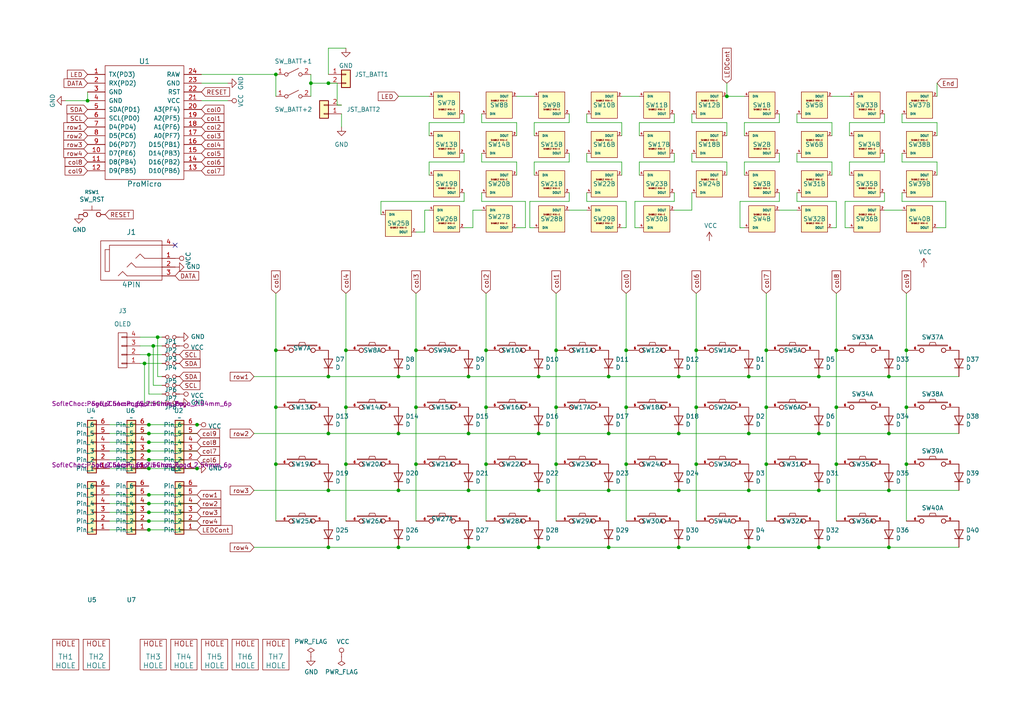
<source format=kicad_sch>
(kicad_sch (version 20250114) (generator "eeschema") (generator_version "9.0")
  (paper "A4")
  (lib_symbols
    (symbol "Aquila:Pogo_2.54mm_6p"
      (property "Reference" "U4" (at 2.794 -11.684 0))
      (property "Value" "~" (at 2.54 -9.652 0))
      (property "Footprint" "SofleChoc:Pogo_2.54mm_6p" (at 0.762 -13.716 0))
      (symbol "Pogo_2.54mm_6p_1_1"
        (pin passive line (at -2.54 5.08 0) (length 3.81) (name "Pin_1") (number "1"))
        (pin passive line (at -2.54 2.54 0) (length 3.81) (name "Pin_2") (number "2"))
        (pin passive line (at -2.54 0 0) (length 3.81) (name "Pin_3") (number "3"))
        (pin passive line (at -2.54 -2.54 0) (length 3.81) (name "Pin_4") (number "4"))
        (pin passive line (at -2.54 -5.08 0) (length 3.81) (name "Pin_5") (number "5"))
        (pin passive line (at -2.54 -7.62 0) (length 3.81) (name "Pin_6") (number "6"))
      )
    )
    (symbol "Aquila:SW_PUSH_LED" (pin_names (offset 1.016))
      (property "Reference" "SW?" (at 0 0 0))
      (property "Value" "SW_PUSH_LED" (at 0 -5.08 0))
      (symbol "SW_PUSH_LED_1_1"
        (pin passive inverted (at -7.62 0 0) (length 5.08) (name "~") (number "6"))
        (pin passive inverted (at 7.62 0 180) (length 5.08) (name "~") (number "5"))
      )
      (symbol "SW_PUSH_LED_2_0"
        (text "SK6812 MINI-E" (at 0 -1.27 0) (effects (font (size 0.4064 0.4064))))
      )
      (symbol "SW_PUSH_LED_2_1"
        (pin power_in line (at -5.08 2.54 0) (length 1.27) (hide yes) (name "VCC") (number "1"))
        (pin output line (at -5.08 -2.54 0) (length 1.27) (name "DOUT") (number "2"))
        (pin input line (at 5.08 2.54 180) (length 1.27) (name "DIN") (number "4"))
        (pin power_in line (at 5.08 -2.54 180) (length 1.27) (hide yes) (name "GND") (number "3"))
      )
    )
    (symbol "Connector_Generic:Conn_01x02" (pin_names (offset 1.016) (hide yes))
      (property "Reference" "J" (at 0 2.54 0))
      (property "Value" "Conn_01x02" (at 0 -5.08 0))
      (symbol "Conn_01x02_1_1"
        (pin passive line (at -5.08 0 0) (length 3.81) (name "Pin_1") (number "1"))
        (pin passive line (at -5.08 -2.54 0) (length 3.81) (name "Pin_2") (number "2"))
      )
    )
    (symbol "Connector_Generic:Conn_01x05" (pin_names (offset 1.016) (hide yes))
      (property "Reference" "J3" (at 0 -11.43 0))
      (property "Value" "OLED" (at 0 -7.62 0))
      (symbol "Conn_01x05_1_1"
        (pin passive line (at -5.08 3.81 0) (length 3.81) (name "P1") (number "1"))
        (pin passive line (at -5.08 1.27 0) (length 3.81) (name "P2") (number "2"))
        (pin passive line (at -5.08 -1.27 0) (length 3.81) (name "P3") (number "3"))
        (pin passive line (at -5.08 -3.81 0) (length 3.81) (name "P4") (number "4"))
      )
    )
    (symbol "SofleKeyboard-rescue:D-Lily58-cache-Lily58_Pro-rescue" (pin_numbers (hide yes)) (pin_names (offset 1.016) (hide yes))
      (property "Reference" "D" (at 0 2.54 0))
      (property "Value" "D-Lily58-cache-Lily58_Pro-rescue" (at 0 -2.54 0))
      (symbol "D-Lily58-cache-Lily58_Pro-rescue_1_1"
        (pin passive line (at -3.81 0 0) (length 2.54) (name "K") (number "1"))
        (pin passive line (at 3.81 0 180) (length 2.54) (name "A") (number "2"))
      )
    )
    (symbol "SofleKeyboard-rescue:GND-Lily58-cache-Lily58_Pro-rescue" (power) (pin_names (offset 0))
      (property "Value" "GND-Lily58-cache-Lily58_Pro-rescue" (at 0 -3.81 0))
      (symbol "GND-Lily58-cache-Lily58_Pro-rescue_1_1"
        (pin power_in line (at 0 0 0) (length 0) (hide yes) (name "GND") (number "1"))
      )
    )
    (symbol "SofleKeyboard-rescue:GND-power" (power) (pin_names (offset 0))
      (property "Value" "GND-power" (at 0 -3.81 0))
      (symbol "GND-power_1_1"
        (pin power_in line (at 0 0 270) (length 0) (hide yes) (name "GND") (number "1"))
      )
    )
    (symbol "SofleKeyboard-rescue:HOLE-Lily58-cache-Lily58_Pro-rescue" (pin_names (offset 1.016))
      (property "Reference" "U" (at 0 0 0))
      (property "Value" "HOLE-Lily58-cache-Lily58_Pro-rescue" (at 0 -5.08 0))
      (symbol "HOLE-Lily58-cache-Lily58_Pro-rescue_0_0"
        (text "HOLE" (at 0 3.81 0) (effects (font (size 1.524 1.524))))
      )
    )
    (symbol "SofleKeyboard-rescue:Jumper_NO_Small-Device" (pin_numbers (hide yes)) (pin_names (offset 0.762) (hide yes))
      (property "Reference" "JP" (at 0 2.032 0))
      (property "Value" "Jumper_NO_Small-Device" (at 0.254 -1.524 0))
      (symbol "Jumper_NO_Small-Device_0_1"
        (pin passive line (at -2.54 0 0) (length 1.016) (name "1") (number "1"))
        (pin passive line (at 2.54 0 180) (length 1.016) (name "2") (number "2"))
      )
    )
    (symbol "SofleKeyboard-rescue:MJ-4PP-9-Lily58-cache-Lily58_Pro-rescue" (pin_names (offset 1.016))
      (property "Reference" "J" (at -8.89 -7.62 0))
      (property "Value" "MJ-4PP-9-Lily58-cache-Lily58_Pro-rescue" (at -3.81 6.35 0))
      (symbol "MJ-4PP-9-Lily58-cache-Lily58_Pro-rescue_1_1"
        (pin passive line (at 11.43 3.81 180) (length 3.81) (name "~") (number "4"))
        (pin passive line (at 11.43 0 180) (length 3.81) (name "~") (number "1"))
        (pin passive line (at 11.43 -2.54 180) (length 3.81) (name "~") (number "2"))
        (pin passive line (at 11.43 -5.08 180) (length 3.81) (name "~") (number "3"))
      )
    )
    (symbol "SofleKeyboard-rescue:PWR_FLAG-Lily58-cache-Lily58_Pro-rescue" (power) (pin_numbers (hide yes)) (pin_names (offset 0) (hide yes))
      (property "Value" "PWR_FLAG-Lily58-cache-Lily58_Pro-rescue" (at 0 3.81 0))
      (symbol "PWR_FLAG-Lily58-cache-Lily58_Pro-rescue_0_0"
        (pin power_out line (at 0 0 90) (length 0) (name "pwr") (number "1"))
      )
    )
    (symbol "SofleKeyboard-rescue:ProMicro_2-Lily58-cache-Lily58_Pro-rescue" (pin_names (offset 1.016))
      (property "Reference" "U" (at 0 17.78 0))
      (property "Value" "ProMicro_2-Lily58-cache-Lily58_Pro-rescue" (at 0 -17.78 0))
      (symbol "ProMicro_2-Lily58-cache-Lily58_Pro-rescue_1_1"
        (pin bidirectional line (at -16.51 13.97 0) (length 5.08) (name "TX(PD3)") (number "1"))
        (pin input line (at -16.51 11.43 0) (length 5.08) (name "RX(PD2)") (number "2"))
        (pin input line (at -16.51 8.89 0) (length 5.08) (name "GND") (number "3"))
        (pin input line (at -16.51 6.35 0) (length 5.08) (name "GND") (number "4"))
        (pin input line (at -16.51 3.81 0) (length 5.08) (name "SDA(PD1)") (number "5"))
        (pin input line (at -16.51 1.27 0) (length 5.08) (name "SCL(PD0)") (number "6"))
        (pin input line (at -16.51 -1.27 0) (length 5.08) (name "D4(PD4)") (number "7"))
        (pin input line (at -16.51 -3.81 0) (length 5.08) (name "D5(PC6)") (number "8"))
        (pin input line (at -16.51 -6.35 0) (length 5.08) (name "D6(PD7)") (number "9"))
        (pin input line (at -16.51 -8.89 0) (length 5.08) (name "D7(PE6)") (number "10"))
        (pin input line (at -16.51 -11.43 0) (length 5.08) (name "D8(PB4)") (number "11"))
        (pin input line (at -16.51 -13.97 0) (length 5.08) (name "D9(PB5)") (number "12"))
        (pin input line (at 16.51 13.97 180) (length 5.08) (name "RAW") (number "24"))
        (pin input line (at 16.51 11.43 180) (length 5.08) (name "GND") (number "23"))
        (pin input line (at 16.51 8.89 180) (length 5.08) (name "RST") (number "22"))
        (pin input line (at 16.51 6.35 180) (length 5.08) (name "VCC") (number "21"))
        (pin input line (at 16.51 3.81 180) (length 5.08) (name "A3(PF4)") (number "20"))
        (pin input line (at 16.51 1.27 180) (length 5.08) (name "A2(PF5)") (number "19"))
        (pin input line (at 16.51 -1.27 180) (length 5.08) (name "A1(PF6)") (number "18"))
        (pin input line (at 16.51 -3.81 180) (length 5.08) (name "A0(PF7)") (number "17"))
        (pin input line (at 16.51 -6.35 180) (length 5.08) (name "D15(PB1)") (number "16"))
        (pin input line (at 16.51 -8.89 180) (length 5.08) (name "D14(PB3)") (number "15"))
        (pin input line (at 16.51 -11.43 180) (length 5.08) (name "D16(PB2)") (number "14"))
        (pin input line (at 16.51 -13.97 180) (length 5.08) (name "D10(PB6)") (number "13"))
      )
    )
    (symbol "SofleKeyboard-rescue:SW_RST-Lily58-cache-Lily58_Pro-rescue" (pin_numbers (hide yes)) (pin_names (offset 1.016) (hide yes))
      (property "Reference" "RSW" (at 2.54 2.54 0))
      (property "Value" "SW_RST-Lily58-cache-Lily58_Pro-rescue" (at 0 -2.54 0))
      (symbol "SW_RST-Lily58-cache-Lily58_Pro-rescue_0_1"
        (pin passive inverted (at -3.81 0 0) (length 2.54) (name "1") (number "1"))
        (pin passive inverted (at 3.81 0 180) (length 2.54) (name "2") (number "2"))
      )
    )
    (symbol "SofleKeyboard-rescue:VCC-Lily58-cache-Lily58_Pro-rescue" (power) (pin_names (offset 0))
      (property "Value" "VCC-Lily58-cache-Lily58_Pro-rescue" (at 0 3.81 0))
      (symbol "VCC-Lily58-cache-Lily58_Pro-rescue_1_1"
        (pin power_in line (at 0 0 90) (length 0) (hide yes) (name "VCC") (number "1"))
      )
    )
    (symbol "SofleKeyboard-rescue:VCC-power" (power) (pin_names (offset 0))
      (property "Value" "VCC-power" (at 0 3.81 0))
      (symbol "VCC-power_1_1"
        (pin power_in line (at 0 0 90) (length 0) (hide yes) (name "VCC") (number "1"))
      )
    )
    (symbol "Switch:SW_SPST" (pin_names (offset 0) (hide yes))
      (property "Reference" "SW" (at 0 3.175 0))
      (property "Value" "SW_SPST" (at 0 -2.54 0))
      (symbol "SW_SPST_1_1"
        (pin passive line (at -5.08 0 0) (length 2.54) (name "A") (number "1"))
        (pin passive line (at 5.08 0 180) (length 2.54) (name "B") (number "2"))
      )
    )
    (symbol "power:GND" (power) (pin_names (offset 0))
      (property "Value" "GND" (at 0 -3.81 0))
      (symbol "GND_1_1"
        (pin power_in line (at 0 0 270) (length 0) (hide yes) (name "GND") (number "1"))
      )
    )
    (symbol "power:VCC" (power) (pin_names (offset 0))
      (property "Value" "VCC" (at 0 3.81 0))
      (symbol "VCC_1_1"
        (pin power_in line (at 0 0 90) (length 0) (hide yes) (name "VCC") (number "1"))
      )
    )
  )
  (junction (at 115.57 142.24))
  (junction (at 95.25 109.22))
  (junction (at 95.25 158.75))
  (junction (at 135.89 142.24))
  (junction (at 80.01 21.59))
  (junction (at 222.25 118.11))
  (junction (at 120.65 134.62))
  (junction (at 41.91 105.41))
  (junction (at 115.57 158.75))
  (junction (at 100.33 101.6))
  (junction (at 161.29 101.6))
  (junction (at 156.21 125.73))
  (junction (at 176.53 125.73))
  (junction (at 242.57 118.11))
  (junction (at 44.45 100.33))
  (junction (at 95.25 24.13))
  (junction (at 176.53 109.22))
  (junction (at 196.85 109.22))
  (junction (at 43.18 151.13))
  (junction (at 217.17 142.24))
  (junction (at 100.33 134.62))
  (junction (at 100.33 118.11))
  (junction (at 25.4 29.21))
  (junction (at 237.49 158.75))
  (junction (at 222.25 101.6))
  (junction (at 237.49 142.24))
  (junction (at 57.15 135.89))
  (junction (at 57.15 123.19))
  (junction (at 45.72 97.79))
  (junction (at 115.57 109.22))
  (junction (at 95.25 125.73))
  (junction (at 43.18 130.81))
  (junction (at 262.89 118.11))
  (junction (at 115.57 125.73))
  (junction (at 257.81 158.75))
  (junction (at 43.18 128.27))
  (junction (at 80.01 101.6))
  (junction (at 196.85 158.75))
  (junction (at 201.93 134.62))
  (junction (at 156.21 109.22))
  (junction (at 135.89 125.73))
  (junction (at 43.18 102.87))
  (junction (at 181.61 118.11))
  (junction (at 176.53 158.75))
  (junction (at 80.01 118.11))
  (junction (at 242.57 101.6))
  (junction (at 257.81 142.24))
  (junction (at 210.82 27.94))
  (junction (at 181.61 134.62))
  (junction (at 257.81 125.73))
  (junction (at 222.25 134.62))
  (junction (at 43.18 125.73))
  (junction (at 201.93 101.6))
  (junction (at 135.89 158.75))
  (junction (at 90.17 24.13))
  (junction (at 140.97 134.62))
  (junction (at 242.57 134.62))
  (junction (at 217.17 158.75))
  (junction (at 217.17 109.22))
  (junction (at 43.18 123.19))
  (junction (at 196.85 142.24))
  (junction (at 161.29 134.62))
  (junction (at 196.85 125.73))
  (junction (at 43.18 143.51))
  (junction (at 181.61 101.6))
  (junction (at 43.18 146.05))
  (junction (at 201.93 118.11))
  (junction (at 135.89 109.22))
  (junction (at 120.65 118.11))
  (junction (at 156.21 158.75))
  (junction (at 262.89 101.6))
  (junction (at 95.25 142.24))
  (junction (at 43.18 133.35))
  (junction (at 176.53 142.24))
  (junction (at 140.97 118.11))
  (junction (at 217.17 125.73))
  (junction (at 237.49 125.73))
  (junction (at 140.97 101.6))
  (junction (at 43.18 153.67))
  (junction (at 43.18 148.59))
  (junction (at 257.81 109.22))
  (junction (at 156.21 142.24))
  (junction (at 80.01 134.62))
  (junction (at 237.49 109.22))
  (junction (at 43.18 135.89))
  (junction (at 161.29 118.11))
  (junction (at 120.65 101.6))
  (junction (at 262.89 134.62))
  (no_connect (at 50.8 71.12))
  (wire (pts (xy 43.18 114.3) (xy 46.99 114.3)))
  (wire (pts (xy 231.14 58.42) (xy 242.57 58.42)))
  (wire (pts (xy 241.3 50.8) (xy 241.3 46.99)))
  (wire (pts (xy 43.18 151.13) (xy 57.15 151.13)))
  (wire (pts (xy 45.72 97.79) (xy 46.99 97.79)))
  (wire (pts (xy 231.14 35.56) (xy 231.14 33.02)))
  (wire (pts (xy 170.18 58.42) (xy 181.61 58.42)))
  (wire (pts (xy 140.97 134.62) (xy 140.97 151.13)))
  (wire (pts (xy 215.9 35.56) (xy 215.9 39.37)))
  (wire (pts (xy 257.81 109.22) (xy 278.13 109.22)))
  (wire (pts (xy 180.34 66.04) (xy 181.61 66.04)))
  (wire (pts (xy 165.1 60.96) (xy 170.18 60.96)))
  (wire (pts (xy 262.89 101.6) (xy 262.89 85.09)))
  (wire (pts (xy 262.89 118.11) (xy 262.89 134.62)))
  (wire (pts (xy 222.25 118.11) (xy 222.25 134.62)))
  (wire (pts (xy 170.18 46.99) (xy 170.18 44.45)))
  (wire (pts (xy 195.58 44.45) (xy 195.58 46.99)))
  (wire (pts (xy 256.54 58.42) (xy 245.11 58.42)))
  (wire (pts (xy 237.49 125.73) (xy 257.81 125.73)))
  (wire (pts (xy 201.93 118.11) (xy 201.93 134.62)))
  (wire (pts (xy 97.79 30.48) (xy 99.06 30.48)))
  (wire (pts (xy 100.33 118.11) (xy 100.33 134.62)))
  (wire (pts (xy 195.58 55.88) (xy 195.58 58.42)))
  (wire (pts (xy 134.62 33.02) (xy 134.62 35.56)))
  (wire (pts (xy 257.81 142.24) (xy 278.13 142.24)))
  (wire (pts (xy 95.25 109.22) (xy 73.66 109.22)))
  (wire (pts (xy 45.72 109.22) (xy 46.99 109.22)))
  (wire (pts (xy 261.62 58.42) (xy 274.32 58.42)))
  (wire (pts (xy 31.75 128.27) (xy 43.18 128.27)))
  (wire (pts (xy 200.66 60.96) (xy 200.66 55.88)))
  (wire (pts (xy 180.34 46.99) (xy 170.18 46.99)))
  (wire (pts (xy 176.53 125.73) (xy 196.85 125.73)))
  (wire (pts (xy 95.25 24.13) (xy 97.79 24.13)))
  (wire (pts (xy 231.14 58.42) (xy 231.14 55.88)))
  (wire (pts (xy 256.54 46.99) (xy 246.38 46.99)))
  (wire (pts (xy 149.86 50.8) (xy 149.86 46.99)))
  (wire (pts (xy 237.49 158.75) (xy 257.81 158.75)))
  (wire (pts (xy 226.06 33.02) (xy 226.06 35.56)))
  (wire (pts (xy 226.06 46.99) (xy 215.9 46.99)))
  (wire (pts (xy 241.3 35.56) (xy 231.14 35.56)))
  (wire (pts (xy 180.34 50.8) (xy 180.34 46.99)))
  (wire (pts (xy 226.06 58.42) (xy 214.63 58.42)))
  (wire (pts (xy 210.82 27.94) (xy 210.82 24.13)))
  (wire (pts (xy 43.18 153.67) (xy 57.15 153.67)))
  (wire (pts (xy 196.85 125.73) (xy 217.17 125.73)))
  (wire (pts (xy 256.54 55.88) (xy 256.54 58.42)))
  (wire (pts (xy 120.65 134.62) (xy 120.65 151.13)))
  (wire (pts (xy 45.72 97.79) (xy 45.72 109.22)))
  (wire (pts (xy 44.45 100.33) (xy 46.99 100.33)))
  (wire (pts (xy 95.25 158.75) (xy 115.57 158.75)))
  (wire (pts (xy 25.4 29.21) (xy 19.05 29.21)))
  (wire (pts (xy 90.17 24.13) (xy 95.25 24.13)))
  (wire (pts (xy 245.11 58.42) (xy 245.11 66.04)))
  (wire (pts (xy 40.64 105.41) (xy 41.91 105.41)))
  (wire (pts (xy 31.75 143.51) (xy 43.18 143.51)))
  (wire (pts (xy 165.1 35.56) (xy 154.94 35.56)))
  (wire (pts (xy 80.01 85.09) (xy 80.01 101.6)))
  (wire (pts (xy 44.45 100.33) (xy 44.45 111.76)))
  (wire (pts (xy 246.38 46.99) (xy 246.38 50.8)))
  (wire (pts (xy 237.49 109.22) (xy 257.81 109.22)))
  (wire (pts (xy 100.33 134.62) (xy 100.33 151.13)))
  (wire (pts (xy 137.16 66.04) (xy 137.16 60.96)))
  (wire (pts (xy 274.32 66.04) (xy 271.78 66.04)))
  (wire (pts (xy 210.82 39.37) (xy 210.82 35.56)))
  (wire (pts (xy 153.67 66.04) (xy 154.94 66.04)))
  (wire (pts (xy 31.75 133.35) (xy 43.18 133.35)))
  (wire (pts (xy 222.25 85.09) (xy 222.25 101.6)))
  (wire (pts (xy 41.91 105.41) (xy 46.99 105.41)))
  (wire (pts (xy 195.58 58.42) (xy 184.15 58.42)))
  (wire (pts (xy 261.62 35.56) (xy 261.62 33.02)))
  (wire (pts (xy 271.78 39.37) (xy 271.78 35.56)))
  (wire (pts (xy 99.06 33.02) (xy 99.06 36.83)))
  (wire (pts (xy 31.75 130.81) (xy 43.18 130.81)))
  (wire (pts (xy 241.3 39.37) (xy 241.3 35.56)))
  (wire (pts (xy 242.57 66.04) (xy 242.57 58.42)))
  (wire (pts (xy 43.18 146.05) (xy 57.15 146.05)))
  (wire (pts (xy 246.38 27.94) (xy 241.3 27.94)))
  (wire (pts (xy 43.18 102.87) (xy 43.18 114.3)))
  (wire (pts (xy 149.86 46.99) (xy 139.7 46.99)))
  (wire (pts (xy 156.21 158.75) (xy 176.53 158.75)))
  (wire (pts (xy 217.17 125.73) (xy 237.49 125.73)))
  (wire (pts (xy 156.21 125.73) (xy 176.53 125.73)))
  (wire (pts (xy 210.82 46.99) (xy 200.66 46.99)))
  (wire (pts (xy 226.06 35.56) (xy 215.9 35.56)))
  (wire (pts (xy 153.67 58.42) (xy 153.67 66.04)))
  (wire (pts (xy 25.4 26.67) (xy 25.4 29.21)))
  (wire (pts (xy 257.81 125.73) (xy 278.13 125.73)))
  (wire (pts (xy 31.75 125.73) (xy 43.18 125.73)))
  (wire (pts (xy 256.54 35.56) (xy 246.38 35.56)))
  (wire (pts (xy 231.14 46.99) (xy 231.14 44.45)))
  (wire (pts (xy 43.18 128.27) (xy 57.15 128.27)))
  (wire (pts (xy 149.86 39.37) (xy 149.86 35.56)))
  (wire (pts (xy 262.89 118.11) (xy 262.89 101.6)))
  (wire (pts (xy 165.1 46.99) (xy 154.94 46.99)))
  (wire (pts (xy 170.18 35.56) (xy 170.18 33.02)))
  (wire (pts (xy 31.75 135.89) (xy 43.18 135.89)))
  (wire (pts (xy 115.57 158.75) (xy 135.89 158.75)))
  (wire (pts (xy 195.58 35.56) (xy 185.42 35.56)))
  (wire (pts (xy 152.4 66.04) (xy 152.4 58.42)))
  (wire (pts (xy 156.21 142.24) (xy 176.53 142.24)))
  (wire (pts (xy 261.62 58.42) (xy 261.62 55.88)))
  (wire (pts (xy 110.49 58.42) (xy 110.49 62.23)))
  (wire (pts (xy 110.49 58.42) (xy 134.62 58.42)))
  (wire (pts (xy 261.62 46.99) (xy 261.62 44.45)))
  (wire (pts (xy 185.42 35.56) (xy 185.42 39.37)))
  (wire (pts (xy 139.7 58.42) (xy 139.7 55.88)))
  (wire (pts (xy 31.75 146.05) (xy 43.18 146.05)))
  (wire (pts (xy 135.89 142.24) (xy 156.21 142.24)))
  (wire (pts (xy 80.01 118.11) (xy 80.01 134.62)))
  (wire (pts (xy 95.25 21.59) (xy 95.25 13.97)))
  (wire (pts (xy 154.94 46.99) (xy 154.94 50.8)))
  (wire (pts (xy 226.06 44.45) (xy 226.06 46.99)))
  (wire (pts (xy 180.34 35.56) (xy 170.18 35.56)))
  (wire (pts (xy 80.01 21.59) (xy 80.01 27.94)))
  (wire (pts (xy 210.82 27.94) (xy 215.9 27.94)))
  (wire (pts (xy 140.97 85.09) (xy 140.97 101.6)))
  (wire (pts (xy 181.61 134.62) (xy 181.61 151.13)))
  (wire (pts (xy 135.89 109.22) (xy 156.21 109.22)))
  (wire (pts (xy 196.85 158.75) (xy 217.17 158.75)))
  (wire (pts (xy 137.16 60.96) (xy 139.7 60.96)))
  (wire (pts (xy 40.64 100.33) (xy 44.45 100.33)))
  (wire (pts (xy 242.57 85.09) (xy 242.57 101.6)))
  (wire (pts (xy 242.57 134.62) (xy 242.57 118.11)))
  (wire (pts (xy 176.53 158.75) (xy 196.85 158.75)))
  (wire (pts (xy 246.38 35.56) (xy 246.38 39.37)))
  (wire (pts (xy 140.97 101.6) (xy 140.97 118.11)))
  (wire (pts (xy 31.75 151.13) (xy 43.18 151.13)))
  (wire (pts (xy 156.21 109.22) (xy 176.53 109.22)))
  (wire (pts (xy 134.62 66.04) (xy 137.16 66.04)))
  (wire (pts (xy 271.78 35.56) (xy 261.62 35.56)))
  (wire (pts (xy 222.25 134.62) (xy 222.25 151.13)))
  (wire (pts (xy 181.61 118.11) (xy 181.61 134.62)))
  (wire (pts (xy 135.89 158.75) (xy 156.21 158.75)))
  (wire (pts (xy 184.15 66.04) (xy 185.42 66.04)))
  (wire (pts (xy 90.17 21.59) (xy 90.17 24.13)))
  (wire (pts (xy 149.86 27.94) (xy 154.94 27.94)))
  (wire (pts (xy 176.53 109.22) (xy 196.85 109.22)))
  (wire (pts (xy 226.06 60.96) (xy 231.14 60.96)))
  (wire (pts (xy 80.01 134.62) (xy 80.01 151.13)))
  (wire (pts (xy 43.18 123.19) (xy 57.15 123.19)))
  (wire (pts (xy 185.42 27.94) (xy 180.34 27.94)))
  (wire (pts (xy 58.42 24.13) (xy 66.04 24.13)))
  (wire (pts (xy 135.89 125.73) (xy 156.21 125.73)))
  (wire (pts (xy 241.3 46.99) (xy 231.14 46.99)))
  (wire (pts (xy 140.97 118.11) (xy 140.97 134.62)))
  (wire (pts (xy 95.25 125.73) (xy 73.66 125.73)))
  (wire (pts (xy 180.34 39.37) (xy 180.34 35.56)))
  (wire (pts (xy 123.19 60.96) (xy 124.46 60.96)))
  (wire (pts (xy 196.85 109.22) (xy 217.17 109.22)))
  (wire (pts (xy 256.54 33.02) (xy 256.54 35.56)))
  (wire (pts (xy 31.75 123.19) (xy 43.18 123.19)))
  (wire (pts (xy 201.93 85.09) (xy 201.93 101.6)))
  (wire (pts (xy 271.78 50.8) (xy 271.78 46.99)))
  (wire (pts (xy 134.62 46.99) (xy 124.46 46.99)))
  (wire (pts (xy 115.57 142.24) (xy 95.25 142.24)))
  (wire (pts (xy 115.57 109.22) (xy 135.89 109.22)))
  (wire (pts (xy 165.1 58.42) (xy 153.67 58.42)))
  (wire (pts (xy 210.82 35.56) (xy 200.66 35.56)))
  (wire (pts (xy 40.64 102.87) (xy 43.18 102.87)))
  (wire (pts (xy 139.7 46.99) (xy 139.7 44.45)))
  (wire (pts (xy 201.93 134.62) (xy 201.93 151.13)))
  (wire (pts (xy 185.42 46.99) (xy 185.42 50.8)))
  (wire (pts (xy 152.4 58.42) (xy 139.7 58.42)))
  (wire (pts (xy 95.25 13.97) (xy 100.33 13.97)))
  (wire (pts (xy 134.62 35.56) (xy 124.46 35.56)))
  (wire (pts (xy 90.17 24.13) (xy 90.17 27.94)))
  (wire (pts (xy 120.65 118.11) (xy 120.65 134.62)))
  (wire (pts (xy 123.19 67.31) (xy 123.19 60.96)))
  (wire (pts (xy 43.18 143.51) (xy 57.15 143.51)))
  (wire (pts (xy 181.61 66.04) (xy 181.61 58.42)))
  (wire (pts (xy 217.17 158.75) (xy 237.49 158.75)))
  (wire (pts (xy 181.61 118.11) (xy 181.61 101.6)))
  (wire (pts (xy 124.46 35.56) (xy 124.46 39.37)))
  (wire (pts (xy 214.63 58.42) (xy 214.63 66.04)))
  (wire (pts (xy 195.58 60.96) (xy 200.66 60.96)))
  (wire (pts (xy 262.89 134.62) (xy 262.89 151.13)))
  (wire (pts (xy 245.11 66.04) (xy 246.38 66.04)))
  (wire (pts (xy 149.86 35.56) (xy 139.7 35.56)))
  (wire (pts (xy 165.1 55.88) (xy 165.1 58.42)))
  (wire (pts (xy 58.42 21.59) (xy 80.01 21.59)))
  (wire (pts (xy 95.25 142.24) (xy 73.66 142.24)))
  (wire (pts (xy 165.1 33.02) (xy 165.1 35.56)))
  (wire (pts (xy 115.57 125.73) (xy 95.25 125.73)))
  (wire (pts (xy 271.78 27.94) (xy 271.78 24.13)))
  (wire (pts (xy 115.57 27.94) (xy 124.46 27.94)))
  (wire (pts (xy 195.58 33.02) (xy 195.58 35.56)))
  (wire (pts (xy 222.25 101.6) (xy 222.25 118.11)))
  (wire (pts (xy 100.33 85.09) (xy 100.33 101.6)))
  (wire (pts (xy 115.57 109.22) (xy 95.25 109.22)))
  (wire (pts (xy 237.49 142.24) (xy 257.81 142.24)))
  (wire (pts (xy 217.17 142.24) (xy 237.49 142.24)))
  (wire (pts (xy 43.18 102.87) (xy 46.99 102.87)))
  (wire (pts (xy 201.93 101.6) (xy 201.93 118.11)))
  (wire (pts (xy 31.75 153.67) (xy 43.18 153.67)))
  (wire (pts (xy 115.57 142.24) (xy 135.89 142.24)))
  (wire (pts (xy 58.42 29.21) (xy 66.04 29.21)))
  (wire (pts (xy 41.91 105.41) (xy 41.91 116.84)))
  (wire (pts (xy 97.79 30.48) (xy 97.79 24.13)))
  (wire (pts (xy 200.66 35.56) (xy 200.66 33.02)))
  (wire (pts (xy 43.18 133.35) (xy 57.15 133.35)))
  (wire (pts (xy 241.3 66.04) (xy 242.57 66.04)))
  (wire (pts (xy 176.53 142.24) (xy 196.85 142.24)))
  (wire (pts (xy 196.85 142.24) (xy 217.17 142.24)))
  (wire (pts (xy 200.66 46.99) (xy 200.66 44.45)))
  (wire (pts (xy 181.61 101.6) (xy 181.61 85.09)))
  (wire (pts (xy 73.66 158.75) (xy 95.25 158.75)))
  (wire (pts (xy 242.57 101.6) (xy 242.57 118.11)))
  (wire (pts (xy 161.29 134.62) (xy 161.29 151.13)))
  (wire (pts (xy 161.29 85.09) (xy 161.29 101.6)))
  (wire (pts (xy 149.86 66.04) (xy 152.4 66.04)))
  (wire (pts (xy 271.78 46.99) (xy 261.62 46.99)))
  (wire (pts (xy 257.81 158.75) (xy 278.13 158.75)))
  (wire (pts (xy 134.62 44.45) (xy 134.62 46.99)))
  (wire (pts (xy 210.82 50.8) (xy 210.82 46.99)))
  (wire (pts (xy 120.65 67.31) (xy 123.19 67.31)))
  (wire (pts (xy 165.1 44.45) (xy 165.1 46.99)))
  (wire (pts (xy 256.54 44.45) (xy 256.54 46.99)))
  (wire (pts (xy 184.15 58.42) (xy 184.15 66.04)))
  (wire (pts (xy 80.01 101.6) (xy 80.01 118.11)))
  (wire (pts (xy 134.62 55.88) (xy 134.62 58.42)))
  (wire (pts (xy 100.33 101.6) (xy 100.33 118.11)))
  (wire (pts (xy 43.18 135.89) (xy 57.15 135.89)))
  (wire (pts (xy 41.91 116.84) (xy 46.99 116.84)))
  (wire (pts (xy 226.06 55.88) (xy 226.06 58.42)))
  (wire (pts (xy 215.9 46.99) (xy 215.9 50.8)))
  (wire (pts (xy 161.29 101.6) (xy 161.29 118.11)))
  (wire (pts (xy 154.94 35.56) (xy 154.94 39.37)))
  (wire (pts (xy 256.54 60.96) (xy 261.62 60.96)))
  (wire (pts (xy 120.65 101.6) (xy 120.65 118.11)))
  (wire (pts (xy 161.29 134.62) (xy 161.29 118.11)))
  (wire (pts (xy 115.57 125.73) (xy 135.89 125.73)))
  (wire (pts (xy 217.17 109.22) (xy 237.49 109.22)))
  (wire (pts (xy 170.18 58.42) (xy 170.18 55.88)))
  (wire (pts (xy 214.63 66.04) (xy 215.9 66.04)))
  (wire (pts (xy 40.64 97.79) (xy 45.72 97.79)))
  (wire (pts (xy 44.45 111.76) (xy 46.99 111.76)))
  (wire (pts (xy 195.58 46.99) (xy 185.42 46.99)))
  (wire (pts (xy 43.18 148.59) (xy 57.15 148.59)))
  (wire (pts (xy 43.18 125.73) (xy 57.15 125.73)))
  (wire (pts (xy 43.18 130.81) (xy 57.15 130.81)))
  (wire (pts (xy 274.32 58.42) (xy 274.32 66.04)))
  (wire (pts (xy 124.46 46.99) (xy 124.46 50.8)))
  (wire (pts (xy 31.75 148.59) (xy 43.18 148.59)))
  (wire (pts (xy 120.65 85.09) (xy 120.65 101.6)))
  (wire (pts (xy 242.57 134.62) (xy 242.57 151.13)))
  (wire (pts (xy 139.7 35.56) (xy 139.7 33.02)))
  (global_label "row1" (shape input) (at 25.4 36.83 180) (property "Intersheetrefs" "${INTERSHEET_REFS}" (effects (hide yes))))
  (global_label "row4" (shape input) (at 25.4 44.45 180) (property "Intersheetrefs" "${INTERSHEET_REFS}" (effects (hide yes))))
  (global_label "col9" (shape input) (at 57.15 125.73 0) (property "Intersheetrefs" "${INTERSHEET_REFS}" (effects (hide yes))))
  (global_label "col6" (shape input) (at 58.42 46.99 0) (property "Intersheetrefs" "${INTERSHEET_REFS}" (effects (hide yes))))
  (global_label "col0" (shape input) (at 181.61 85.09 90) (property "Intersheetrefs" "${INTERSHEET_REFS}" (effects (hide yes))))
  (global_label "row1" (shape input) (at 57.15 143.51 0) (property "Intersheetrefs" "${INTERSHEET_REFS}" (effects (hide yes))))
  (global_label "LEDCont" (shape input) (at 210.82 24.13 90) (property "Intersheetrefs" "${INTERSHEET_REFS}" (effects (hide yes))))
  (global_label "col4" (shape input) (at 58.42 41.91 0) (property "Intersheetrefs" "${INTERSHEET_REFS}" (effects (hide yes))))
  (global_label "row3" (shape input) (at 25.4 41.91 180) (property "Intersheetrefs" "${INTERSHEET_REFS}" (effects (hide yes))))
  (global_label "col5" (shape input) (at 80.01 85.09 90) (property "Intersheetrefs" "${INTERSHEET_REFS}" (effects (hide yes))))
  (global_label "col8" (shape input) (at 25.4 46.99 180) (property "Intersheetrefs" "${INTERSHEET_REFS}" (effects (hide yes))))
  (global_label "col6" (shape input) (at 201.93 85.09 90) (property "Intersheetrefs" "${INTERSHEET_REFS}" (effects (hide yes))))
  (global_label "RESET" (shape input) (at 30.48 62.23 0) (property "Intersheetrefs" "${INTERSHEET_REFS}" (effects (hide yes))))
  (global_label "row4" (shape input) (at 57.15 151.13 0) (property "Intersheetrefs" "${INTERSHEET_REFS}" (effects (hide yes))))
  (global_label "RESET" (shape input) (at 58.42 26.67 0) (property "Intersheetrefs" "${INTERSHEET_REFS}" (effects (hide yes))))
  (global_label "SCL" (shape input) (at 25.4 34.29 180) (property "Intersheetrefs" "${INTERSHEET_REFS}" (effects (hide yes))))
  (global_label "End" (shape input) (at 271.78 24.13 0) (property "Intersheetrefs" "${INTERSHEET_REFS}" (effects (hide yes))))
  (global_label "SCL" (shape input) (at 52.07 102.87 0) (property "Intersheetrefs" "${INTERSHEET_REFS}" (effects (hide yes))))
  (global_label "col6" (shape input) (at 57.15 133.35 0) (property "Intersheetrefs" "${INTERSHEET_REFS}" (effects (hide yes))))
  (global_label "row4" (shape input) (at 73.66 158.75 180) (property "Intersheetrefs" "${INTERSHEET_REFS}" (effects (hide yes))))
  (global_label "SDA" (shape input) (at 25.4 31.75 180) (property "Intersheetrefs" "${INTERSHEET_REFS}" (effects (hide yes))))
  (global_label "SDA" (shape input) (at 52.07 105.41 0) (property "Intersheetrefs" "${INTERSHEET_REFS}" (effects (hide yes))))
  (global_label "SDA" (shape input) (at 52.07 109.22 0) (property "Intersheetrefs" "${INTERSHEET_REFS}" (effects (hide yes))))
  (global_label "row2" (shape input) (at 73.66 125.73 180) (property "Intersheetrefs" "${INTERSHEET_REFS}" (effects (hide yes))))
  (global_label "col7" (shape input) (at 222.25 85.09 90) (property "Intersheetrefs" "${INTERSHEET_REFS}" (effects (hide yes))))
  (global_label "col1" (shape input) (at 161.29 85.09 90) (property "Intersheetrefs" "${INTERSHEET_REFS}" (effects (hide yes))))
  (global_label "col1" (shape input) (at 58.42 34.29 0) (property "Intersheetrefs" "${INTERSHEET_REFS}" (effects (hide yes))))
  (global_label "DATA" (shape input) (at 25.4 24.13 180) (property "Intersheetrefs" "${INTERSHEET_REFS}" (effects (hide yes))))
  (global_label "col2" (shape input) (at 140.97 85.09 90) (property "Intersheetrefs" "${INTERSHEET_REFS}" (effects (hide yes))))
  (global_label "row3" (shape input) (at 57.15 148.59 0) (property "Intersheetrefs" "${INTERSHEET_REFS}" (effects (hide yes))))
  (global_label "col3" (shape input) (at 120.65 85.09 90) (property "Intersheetrefs" "${INTERSHEET_REFS}" (effects (hide yes))))
  (global_label "col9" (shape input) (at 262.89 85.09 90) (property "Intersheetrefs" "${INTERSHEET_REFS}" (effects (hide yes))))
  (global_label "col4" (shape input) (at 100.33 85.09 90) (property "Intersheetrefs" "${INTERSHEET_REFS}" (effects (hide yes))))
  (global_label "col5" (shape input) (at 58.42 44.45 0) (property "Intersheetrefs" "${INTERSHEET_REFS}" (effects (hide yes))))
  (global_label "col8" (shape input) (at 57.15 128.27 0) (property "Intersheetrefs" "${INTERSHEET_REFS}" (effects (hide yes))))
  (global_label "LEDCont" (shape input) (at 57.15 153.67 0) (property "Intersheetrefs" "${INTERSHEET_REFS}" (effects (hide yes))))
  (global_label "col0" (shape input) (at 58.42 31.75 0) (property "Intersheetrefs" "${INTERSHEET_REFS}" (effects (hide yes))))
  (global_label "LED" (shape input) (at 115.57 27.94 180) (property "Intersheetrefs" "${INTERSHEET_REFS}" (effects (hide yes))))
  (global_label "SCL" (shape input) (at 52.07 111.76 0) (property "Intersheetrefs" "${INTERSHEET_REFS}" (effects (hide yes))))
  (global_label "row1" (shape input) (at 73.66 109.22 180) (property "Intersheetrefs" "${INTERSHEET_REFS}" (effects (hide yes))))
  (global_label "col8" (shape input) (at 242.57 85.09 90) (property "Intersheetrefs" "${INTERSHEET_REFS}" (effects (hide yes))))
  (global_label "col7" (shape input) (at 58.42 49.53 0) (property "Intersheetrefs" "${INTERSHEET_REFS}" (effects (hide yes))))
  (global_label "col3" (shape input) (at 58.42 39.37 0) (property "Intersheetrefs" "${INTERSHEET_REFS}" (effects (hide yes))))
  (global_label "row2" (shape input) (at 25.4 39.37 180) (property "Intersheetrefs" "${INTERSHEET_REFS}" (effects (hide yes))))
  (global_label "row3" (shape input) (at 73.66 142.24 180) (property "Intersheetrefs" "${INTERSHEET_REFS}" (effects (hide yes))))
  (global_label "col2" (shape input) (at 58.42 36.83 0) (property "Intersheetrefs" "${INTERSHEET_REFS}" (effects (hide yes))))
  (global_label "row2" (shape input) (at 57.15 146.05 0) (property "Intersheetrefs" "${INTERSHEET_REFS}" (effects (hide yes))))
  (global_label "col7" (shape input) (at 57.15 130.81 0) (property "Intersheetrefs" "${INTERSHEET_REFS}" (effects (hide yes))))
  (global_label "col9" (shape input) (at 25.4 49.53 180) (property "Intersheetrefs" "${INTERSHEET_REFS}" (effects (hide yes))))
  (global_label "LED" (shape input) (at 25.4 21.59 180) (property "Intersheetrefs" "${INTERSHEET_REFS}" (effects (hide yes))))
  (global_label "DATA" (shape input) (at 50.8 80.01 0) (property "Intersheetrefs" "${INTERSHEET_REFS}" (effects (hide yes))))
  (symbol (lib_id "SofleKeyboard-rescue:ProMicro_2-Lily58-cache-Lily58_Pro-rescue") (at 41.91 35.56 0) (unit 1)
    (property "Reference" "U1" (at 41.91 17.78 0) (effects (font (size 1.524 1.524))))
    (property "Value" "ProMicro" (at 41.91 53.34 0) (effects (font (size 1.524 1.524))))
    (property "Footprint" "SofleKeyboard-footprint:ProMicro" (effects (hide yes)))
  )
  (symbol (lib_id "Aquila:SW_PUSH_LED") (at 107.95 151.13 0) (unit 1)
    (property "Reference" "SW26" (at 107.95 151.13 0))
    (property "Value" "SW_PUSH_LED" (effects (hide yes)))
    (property "Footprint" "SofleRGB:Choc_Hotswap_SK6812MiniE" (effects (hide yes)))
  )
  (symbol (lib_id "Aquila:SW_PUSH_LED") (at 107.95 101.6 0) (unit 1)
    (property "Reference" "SW8" (at 107.95 101.6 0))
    (property "Value" "SW_PUSH_LED" (effects (hide yes)))
    (property "Footprint" "SofleRGB:Choc_Hotswap_SK6812MiniE" (effects (hide yes)))
  )
  (symbol (lib_id "Aquila:SW_PUSH_LED") (at 128.27 101.6 0) (unit 1)
    (property "Reference" "SW9" (at 128.27 101.6 0))
    (property "Value" "SW_PUSH_LED" (effects (hide yes)))
    (property "Footprint" "SofleRGB:Choc_Hotswap_SK6812MiniE" (effects (hide yes)))
  )
  (symbol (lib_id "Aquila:SW_PUSH_LED") (at 148.59 101.6 0) (unit 1)
    (property "Reference" "SW10" (at 148.59 101.6 0))
    (property "Value" "SW_PUSH_LED" (effects (hide yes)))
    (property "Footprint" "SofleRGB:Choc_Hotswap_SK6812MiniE" (effects (hide yes)))
  )
  (symbol (lib_id "Aquila:SW_PUSH_LED") (at 168.91 101.6 0) (unit 1)
    (property "Reference" "SW11" (at 168.91 101.6 0))
    (property "Value" "SW_PUSH_LED" (effects (hide yes)))
    (property "Footprint" "SofleRGB:Choc_Hotswap_SK6812MiniE" (effects (hide yes)))
  )
  (symbol (lib_id "Aquila:SW_PUSH_LED") (at 189.23 101.6 0) (unit 1)
    (property "Reference" "SW12" (at 189.23 101.6 0))
    (property "Value" "SW_PUSH_LED" (effects (hide yes)))
    (property "Footprint" "SofleRGB:Choc_Hotswap_SK6812MiniE" (effects (hide yes)))
  )
  (symbol (lib_id "Aquila:SW_PUSH_LED") (at 87.63 101.6 0) (unit 1)
    (property "Reference" "SW7" (at 87.63 100.965 0))
    (property "Value" "SW_PUSH_LED" (effects (hide yes)))
    (property "Footprint" "SofleRGB:Choc_Hotswap_SK6812MiniE" (effects (hide yes)))
  )
  (symbol (lib_id "SofleKeyboard-rescue:D-Lily58-cache-Lily58_Pro-rescue") (at 95.25 105.41 90) (unit 1)
    (property "Reference" "D7" (at 97.2566 104.2416 90) (effects (justify right)))
    (property "Value" "D" (at 97.2566 106.553 90) (effects (justify right)))
    (property "Footprint" "SofleChoc:crkbd-diode" (effects (hide yes)))
  )
  (symbol (lib_id "SofleKeyboard-rescue:D-Lily58-cache-Lily58_Pro-rescue") (at 115.57 105.41 90) (unit 1)
    (property "Reference" "D8" (at 117.5766 104.2416 90) (effects (justify right)))
    (property "Value" "D" (at 117.5766 106.553 90) (effects (justify right)))
    (property "Footprint" "SofleChoc:crkbd-diode" (effects (hide yes)))
  )
  (symbol (lib_id "SofleKeyboard-rescue:D-Lily58-cache-Lily58_Pro-rescue") (at 135.89 105.41 90) (unit 1)
    (property "Reference" "D9" (at 137.8966 104.2416 90) (effects (justify right)))
    (property "Value" "D" (at 137.8966 106.553 90) (effects (justify right)))
    (property "Footprint" "SofleChoc:crkbd-diode" (effects (hide yes)))
  )
  (symbol (lib_id "SofleKeyboard-rescue:D-Lily58-cache-Lily58_Pro-rescue") (at 156.21 105.41 90) (unit 1)
    (property "Reference" "D10" (at 158.2166 104.2416 90) (effects (justify right)))
    (property "Value" "D" (at 158.2166 106.553 90) (effects (justify right)))
    (property "Footprint" "SofleChoc:crkbd-diode" (effects (hide yes)))
  )
  (symbol (lib_id "SofleKeyboard-rescue:D-Lily58-cache-Lily58_Pro-rescue") (at 176.53 105.41 90) (unit 1)
    (property "Reference" "D11" (at 178.5366 104.2416 90) (effects (justify right)))
    (property "Value" "D" (at 178.5366 106.553 90) (effects (justify right)))
    (property "Footprint" "SofleChoc:crkbd-diode" (effects (hide yes)))
  )
  (symbol (lib_id "SofleKeyboard-rescue:D-Lily58-cache-Lily58_Pro-rescue") (at 196.85 105.41 90) (unit 1)
    (property "Reference" "D12" (at 198.8566 104.2416 90) (effects (justify right)))
    (property "Value" "D" (at 198.8566 106.553 90) (effects (justify right)))
    (property "Footprint" "SofleChoc:crkbd-diode" (effects (hide yes)))
  )
  (symbol (lib_id "Aquila:SW_PUSH_LED") (at 87.63 118.11 0) (unit 1)
    (property "Reference" "SW13" (at 87.63 118.11 0))
    (property "Value" "SW_PUSH_LED" (effects (hide yes)))
    (property "Footprint" "SofleRGB:Choc_Hotswap_SK6812MiniE" (effects (hide yes)))
  )
  (symbol (lib_id "Aquila:SW_PUSH_LED") (at 107.95 118.11 0) (unit 1)
    (property "Reference" "SW14" (at 107.95 118.11 0))
    (property "Value" "SW_PUSH_LED" (effects (hide yes)))
    (property "Footprint" "SofleRGB:Choc_Hotswap_SK6812MiniE" (effects (hide yes)))
  )
  (symbol (lib_id "Aquila:SW_PUSH_LED") (at 128.27 118.11 0) (unit 1)
    (property "Reference" "SW15" (at 128.27 118.11 0))
    (property "Value" "SW_PUSH_LED" (effects (hide yes)))
    (property "Footprint" "SofleRGB:Choc_Hotswap_SK6812MiniE" (effects (hide yes)))
  )
  (symbol (lib_id "Aquila:SW_PUSH_LED") (at 148.59 118.11 0) (unit 1)
    (property "Reference" "SW16" (at 148.59 118.11 0))
    (property "Value" "SW_PUSH_LED" (effects (hide yes)))
    (property "Footprint" "SofleRGB:Choc_Hotswap_SK6812MiniE" (effects (hide yes)))
  )
  (symbol (lib_id "Aquila:SW_PUSH_LED") (at 168.91 118.11 0) (unit 1)
    (property "Reference" "SW17" (at 168.275 118.11 0))
    (property "Value" "SW_PUSH_LED" (effects (hide yes)))
    (property "Footprint" "SofleRGB:Choc_Hotswap_SK6812MiniE" (effects (hide yes)))
  )
  (symbol (lib_id "Aquila:SW_PUSH_LED") (at 189.23 118.11 0) (unit 1)
    (property "Reference" "SW18" (at 189.23 118.11 0))
    (property "Value" "SW_PUSH_LED" (effects (hide yes)))
    (property "Footprint" "SofleRGB:Choc_Hotswap_SK6812MiniE" (effects (hide yes)))
  )
  (symbol (lib_id "SofleKeyboard-rescue:D-Lily58-cache-Lily58_Pro-rescue") (at 95.25 121.92 90) (unit 1)
    (property "Reference" "D13" (at 97.2566 120.7516 90) (effects (justify right)))
    (property "Value" "D" (at 97.2566 123.063 90) (effects (justify right)))
    (property "Footprint" "SofleChoc:crkbd-diode" (effects (hide yes)))
  )
  (symbol (lib_id "SofleKeyboard-rescue:D-Lily58-cache-Lily58_Pro-rescue") (at 115.57 121.92 90) (unit 1)
    (property "Reference" "D14" (at 117.5766 120.7516 90) (effects (justify right)))
    (property "Value" "D" (at 117.5766 123.063 90) (effects (justify right)))
    (property "Footprint" "SofleChoc:crkbd-diode" (effects (hide yes)))
  )
  (symbol (lib_id "SofleKeyboard-rescue:D-Lily58-cache-Lily58_Pro-rescue") (at 135.89 121.92 90) (unit 1)
    (property "Reference" "D15" (at 137.8966 120.7516 90) (effects (justify right)))
    (property "Value" "D" (at 137.8966 123.063 90) (effects (justify right)))
    (property "Footprint" "SofleChoc:crkbd-diode" (effects (hide yes)))
  )
  (symbol (lib_id "SofleKeyboard-rescue:D-Lily58-cache-Lily58_Pro-rescue") (at 156.21 121.92 90) (unit 1)
    (property "Reference" "D16" (at 158.2166 120.7516 90) (effects (justify right)))
    (property "Value" "D" (at 158.2166 123.063 90) (effects (justify right)))
    (property "Footprint" "SofleChoc:crkbd-diode" (effects (hide yes)))
  )
  (symbol (lib_id "SofleKeyboard-rescue:D-Lily58-cache-Lily58_Pro-rescue") (at 176.53 121.92 90) (unit 1)
    (property "Reference" "D17" (at 178.5366 120.7516 90) (effects (justify right)))
    (property "Value" "D" (at 178.5366 123.063 90) (effects (justify right)))
    (property "Footprint" "SofleChoc:crkbd-diode" (effects (hide yes)))
  )
  (symbol (lib_id "SofleKeyboard-rescue:D-Lily58-cache-Lily58_Pro-rescue") (at 196.85 121.92 90) (unit 1)
    (property "Reference" "D18" (at 198.8566 120.7516 90) (effects (justify right)))
    (property "Value" "D" (at 198.8566 123.063 90) (effects (justify right)))
    (property "Footprint" "SofleChoc:crkbd-diode" (effects (hide yes)))
  )
  (symbol (lib_id "Aquila:SW_PUSH_LED") (at 128.27 134.62 0) (unit 1)
    (property "Reference" "SW21" (at 128.27 134.62 0))
    (property "Value" "SW_PUSH_LED" (effects (hide yes)))
    (property "Footprint" "SofleRGB:Choc_Hotswap_SK6812MiniE" (effects (hide yes)))
  )
  (symbol (lib_id "Aquila:SW_PUSH_LED") (at 148.59 134.62 0) (unit 1)
    (property "Reference" "SW22" (at 148.59 134.62 0))
    (property "Value" "SW_PUSH_LED" (effects (hide yes)))
    (property "Footprint" "SofleRGB:Choc_Hotswap_SK6812MiniE" (effects (hide yes)))
  )
  (symbol (lib_id "Aquila:SW_PUSH_LED") (at 168.91 134.62 0) (unit 1)
    (property "Reference" "SW23" (at 168.91 134.62 0))
    (property "Value" "SW_PUSH_LED" (effects (hide yes)))
    (property "Footprint" "SofleRGB:Choc_Hotswap_SK6812MiniE" (effects (hide yes)))
  )
  (symbol (lib_id "Aquila:SW_PUSH_LED") (at 189.23 134.62 0) (unit 1)
    (property "Reference" "SW24" (at 189.23 134.62 0))
    (property "Value" "SW_PUSH_LED" (effects (hide yes)))
    (property "Footprint" "SofleRGB:Choc_Hotswap_SK6812MiniE" (effects (hide yes)))
  )
  (symbol (lib_id "Aquila:SW_PUSH_LED") (at 107.95 134.62 0) (unit 1)
    (property "Reference" "SW20" (at 107.95 134.62 0))
    (property "Value" "SW_PUSH_LED" (effects (hide yes)))
    (property "Footprint" "SofleRGB:Choc_Hotswap_SK6812MiniE" (effects (hide yes)))
  )
  (symbol (lib_id "Aquila:SW_PUSH_LED") (at 87.63 134.62 0) (unit 1)
    (property "Reference" "SW19" (at 87.63 134.62 0))
    (property "Value" "SW_PUSH_LED" (effects (hide yes)))
    (property "Footprint" "SofleRGB:Choc_Hotswap_SK6812MiniE" (effects (hide yes)))
  )
  (symbol (lib_id "SofleKeyboard-rescue:D-Lily58-cache-Lily58_Pro-rescue") (at 95.25 138.43 90) (unit 1)
    (property "Reference" "D19" (at 97.2566 137.2616 90) (effects (justify right)))
    (property "Value" "D" (at 97.2566 139.573 90) (effects (justify right)))
    (property "Footprint" "SofleChoc:crkbd-diode" (effects (hide yes)))
  )
  (symbol (lib_id "SofleKeyboard-rescue:D-Lily58-cache-Lily58_Pro-rescue") (at 115.57 138.43 90) (unit 1)
    (property "Reference" "D20" (at 117.5766 137.2616 90) (effects (justify right)))
    (property "Value" "D" (at 117.5766 139.573 90) (effects (justify right)))
    (property "Footprint" "SofleChoc:crkbd-diode" (effects (hide yes)))
  )
  (symbol (lib_id "SofleKeyboard-rescue:D-Lily58-cache-Lily58_Pro-rescue") (at 135.89 138.43 90) (unit 1)
    (property "Reference" "D21" (at 137.8966 137.2616 90) (effects (justify right)))
    (property "Value" "D" (at 137.8966 139.573 90) (effects (justify right)))
    (property "Footprint" "SofleChoc:crkbd-diode" (effects (hide yes)))
  )
  (symbol (lib_id "SofleKeyboard-rescue:D-Lily58-cache-Lily58_Pro-rescue") (at 156.21 138.43 90) (unit 1)
    (property "Reference" "D22" (at 158.2166 137.2616 90) (effects (justify right)))
    (property "Value" "D" (at 158.2166 139.573 90) (effects (justify right)))
    (property "Footprint" "SofleChoc:crkbd-diode" (effects (hide yes)))
  )
  (symbol (lib_id "SofleKeyboard-rescue:D-Lily58-cache-Lily58_Pro-rescue") (at 176.53 138.43 90) (unit 1)
    (property "Reference" "D23" (at 178.5366 137.2616 90) (effects (justify right)))
    (property "Value" "D" (at 178.5366 139.573 90) (effects (justify right)))
    (property "Footprint" "SofleChoc:crkbd-diode" (effects (hide yes)))
  )
  (symbol (lib_id "SofleKeyboard-rescue:D-Lily58-cache-Lily58_Pro-rescue") (at 196.85 138.43 90) (unit 1)
    (property "Reference" "D24" (at 198.8566 137.2616 90) (effects (justify right)))
    (property "Value" "D" (at 198.8566 139.573 90) (effects (justify right)))
    (property "Footprint" "SofleChoc:crkbd-diode" (effects (hide yes)))
  )
  (symbol (lib_id "Aquila:SW_PUSH_LED") (at 128.27 151.13 0) (unit 1)
    (property "Reference" "SW27" (at 128.27 150.495 0))
    (property "Value" "SW_PUSH_LED" (effects (hide yes)))
    (property "Footprint" "SofleRGB:Choc_Hotswap_SK6812MiniE" (effects (hide yes)))
  )
  (symbol (lib_id "Aquila:SW_PUSH_LED") (at 148.59 151.13 0) (unit 1)
    (property "Reference" "SW28" (at 148.59 151.13 0))
    (property "Value" "SW_PUSH_LED" (effects (hide yes)))
    (property "Footprint" "SofleRGB:Choc_Hotswap_SK6812MiniE" (effects (hide yes)))
  )
  (symbol (lib_id "Aquila:SW_PUSH_LED") (at 168.91 151.13 0) (unit 1)
    (property "Reference" "SW29" (at 168.91 151.13 0))
    (property "Value" "SW_PUSH_LED" (effects (hide yes)))
    (property "Footprint" "SofleRGB:Choc_Hotswap_SK6812MiniE" (effects (hide yes)))
  )
  (symbol (lib_id "SofleKeyboard-rescue:D-Lily58-cache-Lily58_Pro-rescue") (at 95.25 154.94 90) (unit 1)
    (property "Reference" "D25" (at 97.2566 153.7716 90) (effects (justify right)))
    (property "Value" "D" (at 97.2566 156.083 90) (effects (justify right)))
    (property "Footprint" "SofleChoc:crkbd-diode" (effects (hide yes)))
  )
  (symbol (lib_id "SofleKeyboard-rescue:D-Lily58-cache-Lily58_Pro-rescue") (at 115.57 154.94 90) (unit 1)
    (property "Reference" "D26" (at 117.5766 153.7716 90) (effects (justify right)))
    (property "Value" "D" (at 117.5766 156.083 90) (effects (justify right)))
    (property "Footprint" "SofleChoc:crkbd-diode" (effects (hide yes)))
  )
  (symbol (lib_id "SofleKeyboard-rescue:D-Lily58-cache-Lily58_Pro-rescue") (at 135.89 154.94 90) (unit 1)
    (property "Reference" "D27" (at 137.8966 153.7716 90) (effects (justify right)))
    (property "Value" "D" (at 137.8966 156.083 90) (effects (justify right)))
    (property "Footprint" "SofleChoc:crkbd-diode" (effects (hide yes)))
  )
  (symbol (lib_id "SofleKeyboard-rescue:D-Lily58-cache-Lily58_Pro-rescue") (at 156.21 154.94 90) (unit 1)
    (property "Reference" "D28" (at 158.2166 153.7716 90) (effects (justify right)))
    (property "Value" "D" (at 158.2166 156.083 90) (effects (justify right)))
    (property "Footprint" "SofleChoc:crkbd-diode" (effects (hide yes)))
  )
  (symbol (lib_id "SofleKeyboard-rescue:D-Lily58-cache-Lily58_Pro-rescue") (at 176.53 154.94 90) (unit 1)
    (property "Reference" "D29" (at 178.5366 153.7716 90) (effects (justify right)))
    (property "Value" "D" (at 178.5366 156.083 90) (effects (justify right)))
    (property "Footprint" "SofleChoc:crkbd-diode" (effects (hide yes)))
  )
  (symbol (lib_id "SofleKeyboard-rescue:VCC-Lily58-cache-Lily58_Pro-rescue") (at 66.04 29.21 270) (unit 1)
    (property "Reference" "#PWR04" (effects (hide yes)))
    (property "Value" "VCC" (at 69.85 29.21 0))
  )
  (symbol (lib_id "SofleKeyboard-rescue:GND-Lily58-cache-Lily58_Pro-rescue") (at 22.86 62.23 0) (unit 1)
    (property "Reference" "#PWR010" (effects (hide yes)))
    (property "Value" "GND" (at 22.987 66.6242 0))
  )
  (symbol (lib_id "SofleKeyboard-rescue:PWR_FLAG-Lily58-cache-Lily58_Pro-rescue") (at 90.17 190.5 0) (unit 1)
    (property "Reference" "#FLG01" (effects (hide yes)))
    (property "Value" "PWR_FLAG" (at 90.17 186.0804 0))
  )
  (symbol (lib_id "SofleKeyboard-rescue:GND-Lily58-cache-Lily58_Pro-rescue") (at 90.17 190.5 0) (unit 1)
    (property "Reference" "#PWR012" (effects (hide yes)))
    (property "Value" "GND" (at 90.297 194.8942 0))
  )
  (symbol (lib_id "SofleKeyboard-rescue:VCC-Lily58-cache-Lily58_Pro-rescue") (at 99.06 190.5 0) (unit 1)
    (property "Reference" "#PWR013" (effects (hide yes)))
    (property "Value" "VCC" (at 99.4918 186.1058 0))
  )
  (symbol (lib_id "SofleKeyboard-rescue:PWR_FLAG-Lily58-cache-Lily58_Pro-rescue") (at 99.06 190.5 180) (unit 1)
    (property "Reference" "#FLG02" (effects (hide yes)))
    (property "Value" "PWR_FLAG" (at 99.06 194.8942 0))
  )
  (symbol (lib_id "SofleKeyboard-rescue:HOLE-Lily58-cache-Lily58_Pro-rescue") (at 19.05 190.5 0) (unit 1)
    (property "Reference" "TH1" (at 19.05 190.5 0) (effects (font (size 1.524 1.524))))
    (property "Value" "HOLE" (at 19.05 193.04 0) (effects (font (size 1.524 1.524))))
    (property "Footprint" "SofleKeyboard-footprint:M2_HOLE_PCB" (effects (hide yes)))
  )
  (symbol (lib_id "SofleKeyboard-rescue:HOLE-Lily58-cache-Lily58_Pro-rescue") (at 27.94 190.5 0) (unit 1)
    (property "Reference" "TH2" (at 27.94 190.5 0) (effects (font (size 1.524 1.524))))
    (property "Value" "HOLE" (at 27.94 193.04 0) (effects (font (size 1.524 1.524))))
    (property "Footprint" "SofleKeyboard-footprint:M2_HOLE_PCB" (effects (hide yes)))
  )
  (symbol (lib_id "SofleKeyboard-rescue:HOLE-Lily58-cache-Lily58_Pro-rescue") (at 53.34 190.5 0) (unit 1)
    (property "Reference" "TH4" (at 53.34 190.5 0) (effects (font (size 1.524 1.524))))
    (property "Value" "HOLE" (at 53.34 193.04 0) (effects (font (size 1.524 1.524))))
    (property "Footprint" "SofleKeyboard-footprint:HOLE_M2_TH" (effects (hide yes)))
  )
  (symbol (lib_id "SofleKeyboard-rescue:HOLE-Lily58-cache-Lily58_Pro-rescue") (at 62.23 190.5 0) (unit 1)
    (property "Reference" "TH5" (at 62.23 190.5 0) (effects (font (size 1.524 1.524))))
    (property "Value" "HOLE" (at 62.23 193.04 0) (effects (font (size 1.524 1.524))))
    (property "Footprint" "SofleKeyboard-footprint:HOLE_M2_TH" (effects (hide yes)))
  )
  (symbol (lib_id "SofleKeyboard-rescue:HOLE-Lily58-cache-Lily58_Pro-rescue") (at 71.12 190.5 0) (unit 1)
    (property "Reference" "TH6" (at 71.12 190.5 0) (effects (font (size 1.524 1.524))))
    (property "Value" "HOLE" (at 71.12 193.04 0) (effects (font (size 1.524 1.524))))
    (property "Footprint" "SofleKeyboard-footprint:HOLE_M2_TH" (effects (hide yes)))
  )
  (symbol (lib_id "SofleKeyboard-rescue:HOLE-Lily58-cache-Lily58_Pro-rescue") (at 80.01 190.5 0) (unit 1)
    (property "Reference" "TH7" (at 80.01 190.5 0) (effects (font (size 1.524 1.524))))
    (property "Value" "HOLE" (at 80.01 193.04 0) (effects (font (size 1.524 1.524))))
    (property "Footprint" "SofleKeyboard-footprint:HOLE_M2_TH" (effects (hide yes)))
  )
  (symbol (lib_id "SofleKeyboard-rescue:HOLE-Lily58-cache-Lily58_Pro-rescue") (at 44.45 190.5 0) (unit 1)
    (property "Reference" "TH3" (at 44.45 190.5 0) (effects (font (size 1.524 1.524))))
    (property "Value" "HOLE" (at 44.45 193.04 0) (effects (font (size 1.524 1.524))))
    (property "Footprint" "SofleKeyboard-footprint:HOLE_M2_TH" (effects (hide yes)))
  )
  (symbol (lib_id "SofleKeyboard-rescue:GND-Lily58-cache-Lily58_Pro-rescue") (at 66.04 24.13 90) (unit 1)
    (property "Reference" "#PWR0101" (effects (hide yes)))
    (property "Value" "GND" (at 69.85 24.13 0))
  )
  (symbol (lib_id "SofleKeyboard-rescue:GND-Lily58-cache-Lily58_Pro-rescue") (at 19.05 29.21 270) (unit 1)
    (property "Reference" "#PWR0102" (effects (hide yes)))
    (property "Value" "GND" (at 15.24 29.21 0))
  )
  (symbol (lib_id "SofleKeyboard-rescue:SW_RST-Lily58-cache-Lily58_Pro-rescue") (at 26.67 62.23 0) (unit 1)
    (property "Reference" "RSW1" (at 26.67 55.7276 0) (effects (font (size 1.016 1.016))))
    (property "Value" "SW_RST" (at 26.67 57.8358 0))
    (property "Footprint" "SofleKeyboard-footprint:TACT_SWITCH_TVBP06" (effects (hide yes)))
  )
  (symbol (lib_id "Aquila:SW_PUSH_LED") (at 189.23 151.13 0) (unit 1)
    (property "Reference" "SW30" (at 189.23 151.13 0))
    (property "Value" "SW_PUSH_LED" (effects (hide yes)))
    (property "Footprint" "SofleRGB:Choc_Hotswap_SK6812MiniE" (effects (hide yes)))
  )
  (symbol (lib_id "SofleKeyboard-rescue:D-Lily58-cache-Lily58_Pro-rescue") (at 196.85 154.94 90) (unit 1)
    (property "Reference" "D30" (at 198.8566 153.7716 90) (effects (justify right)))
    (property "Value" "D" (at 198.8566 156.083 90) (effects (justify right)))
    (property "Footprint" "SofleChoc:crkbd-diode" (effects (hide yes)))
  )
  (symbol (lib_id "Aquila:SW_PUSH_LED") (at 129.54 30.48 0) (mirror y) (unit 2)
    (property "Reference" "SW7" (at 129.54 29.845 0))
    (property "Value" "SW_PUSH_LED" (effects (hide yes)))
    (property "Footprint" "SofleRGB:Choc_Hotswap_SK6812MiniE" (effects (hide yes)))
  )
  (symbol (lib_id "Aquila:SW_PUSH_LED") (at 144.78 30.48 180) (unit 2)
    (property "Reference" "SW8" (at 144.78 30.48 0))
    (property "Value" "SW_PUSH_LED" (effects (hide yes)))
    (property "Footprint" "SofleRGB:Choc_Hotswap_SK6812MiniE" (effects (hide yes)))
  )
  (symbol (lib_id "Aquila:SW_PUSH_LED") (at 160.02 30.48 0) (mirror y) (unit 2)
    (property "Reference" "SW9" (at 160.02 30.48 0))
    (property "Value" "SW_PUSH_LED" (effects (hide yes)))
    (property "Footprint" "SofleRGB:Choc_Hotswap_SK6812MiniE" (effects (hide yes)))
  )
  (symbol (lib_id "Aquila:SW_PUSH_LED") (at 175.26 30.48 180) (unit 2)
    (property "Reference" "SW10" (at 175.26 30.48 0))
    (property "Value" "SW_PUSH_LED" (effects (hide yes)))
    (property "Footprint" "SofleRGB:Choc_Hotswap_SK6812MiniE" (effects (hide yes)))
  )
  (symbol (lib_id "Aquila:SW_PUSH_LED") (at 190.5 30.48 0) (mirror y) (unit 2)
    (property "Reference" "SW11" (at 190.5 30.48 0))
    (property "Value" "SW_PUSH_LED" (effects (hide yes)))
    (property "Footprint" "SofleRGB:Choc_Hotswap_SK6812MiniE" (effects (hide yes)))
  )
  (symbol (lib_id "Aquila:SW_PUSH_LED") (at 205.74 30.48 180) (unit 2)
    (property "Reference" "SW12" (at 205.74 30.48 0))
    (property "Value" "SW_PUSH_LED" (effects (hide yes)))
    (property "Footprint" "SofleRGB:Choc_Hotswap_SK6812MiniE" (effects (hide yes)))
  )
  (symbol (lib_id "Aquila:SW_PUSH_LED") (at 205.74 53.34 180) (unit 2)
    (property "Reference" "SW24" (at 205.74 53.34 0))
    (property "Value" "SW_PUSH_LED" (effects (hide yes)))
    (property "Footprint" "SofleRGB:Choc_Hotswap_SK6812MiniE" (effects (hide yes)))
  )
  (symbol (lib_id "Aquila:SW_PUSH_LED") (at 190.5 53.34 0) (mirror y) (unit 2)
    (property "Reference" "SW23" (at 190.5 53.34 0))
    (property "Value" "SW_PUSH_LED" (effects (hide yes)))
    (property "Footprint" "SofleRGB:Choc_Hotswap_SK6812MiniE" (effects (hide yes)))
  )
  (symbol (lib_id "Aquila:SW_PUSH_LED") (at 175.26 53.34 180) (unit 2)
    (property "Reference" "SW22" (at 175.26 53.34 0))
    (property "Value" "SW_PUSH_LED" (effects (hide yes)))
    (property "Footprint" "SofleRGB:Choc_Hotswap_SK6812MiniE" (effects (hide yes)))
  )
  (symbol (lib_id "Aquila:SW_PUSH_LED") (at 160.02 53.34 0) (mirror y) (unit 2)
    (property "Reference" "SW21" (at 160.02 53.34 0))
    (property "Value" "SW_PUSH_LED" (effects (hide yes)))
    (property "Footprint" "SofleRGB:Choc_Hotswap_SK6812MiniE" (effects (hide yes)))
  )
  (symbol (lib_id "Aquila:SW_PUSH_LED") (at 144.78 53.34 180) (unit 2)
    (property "Reference" "SW20" (at 144.78 53.34 0))
    (property "Value" "SW_PUSH_LED" (effects (hide yes)))
    (property "Footprint" "SofleRGB:Choc_Hotswap_SK6812MiniE" (effects (hide yes)))
  )
  (symbol (lib_id "Aquila:SW_PUSH_LED") (at 129.54 53.34 0) (mirror y) (unit 2)
    (property "Reference" "SW19" (at 129.54 53.34 0))
    (property "Value" "SW_PUSH_LED" (effects (hide yes)))
    (property "Footprint" "SofleRGB:Choc_Hotswap_SK6812MiniE" (effects (hide yes)))
  )
  (symbol (lib_id "Aquila:SW_PUSH_LED") (at 205.74 41.91 180) (unit 2)
    (property "Reference" "SW18" (at 205.74 41.91 0))
    (property "Value" "SW_PUSH_LED" (effects (hide yes)))
    (property "Footprint" "SofleRGB:Choc_Hotswap_SK6812MiniE" (effects (hide yes)))
  )
  (symbol (lib_id "Aquila:SW_PUSH_LED") (at 190.5 41.91 0) (mirror y) (unit 2)
    (property "Reference" "SW17" (at 191.135 41.91 0))
    (property "Value" "SW_PUSH_LED" (effects (hide yes)))
    (property "Footprint" "SofleRGB:Choc_Hotswap_SK6812MiniE" (effects (hide yes)))
  )
  (symbol (lib_id "Aquila:SW_PUSH_LED") (at 175.26 41.91 180) (unit 2)
    (property "Reference" "SW16" (at 175.26 41.91 0))
    (property "Value" "SW_PUSH_LED" (effects (hide yes)))
    (property "Footprint" "SofleRGB:Choc_Hotswap_SK6812MiniE" (effects (hide yes)))
  )
  (symbol (lib_id "Aquila:SW_PUSH_LED") (at 160.02 41.91 0) (mirror y) (unit 2)
    (property "Reference" "SW15" (at 160.02 41.91 0))
    (property "Value" "SW_PUSH_LED" (effects (hide yes)))
    (property "Footprint" "SofleRGB:Choc_Hotswap_SK6812MiniE" (effects (hide yes)))
  )
  (symbol (lib_id "Aquila:SW_PUSH_LED") (at 144.78 41.91 180) (unit 2)
    (property "Reference" "SW14" (at 144.78 41.91 0))
    (property "Value" "SW_PUSH_LED" (effects (hide yes)))
    (property "Footprint" "SofleRGB:Choc_Hotswap_SK6812MiniE" (effects (hide yes)))
  )
  (symbol (lib_id "Aquila:SW_PUSH_LED") (at 129.54 41.91 0) (mirror y) (unit 2)
    (property "Reference" "SW13" (at 129.54 41.91 0))
    (property "Value" "SW_PUSH_LED" (effects (hide yes)))
    (property "Footprint" "SofleRGB:Choc_Hotswap_SK6812MiniE" (effects (hide yes)))
  )
  (symbol (lib_id "Aquila:SW_PUSH_LED") (at 175.26 63.5 0) (mirror y) (unit 2)
    (property "Reference" "SW29" (at 175.26 63.5 0))
    (property "Value" "SW_PUSH_LED" (effects (hide yes)))
    (property "Footprint" "SofleRGB:Choc_Hotswap_SK6812MiniE" (effects (hide yes)))
  )
  (symbol (lib_id "Aquila:SW_PUSH_LED") (at 160.02 63.5 180) (unit 2)
    (property "Reference" "SW28" (at 160.02 63.5 0))
    (property "Value" "SW_PUSH_LED" (effects (hide yes)))
    (property "Footprint" "SofleRGB:Choc_Hotswap_SK6812MiniE" (effects (hide yes)))
  )
  (symbol (lib_id "Aquila:SW_PUSH_LED") (at 144.78 63.5 0) (mirror y) (unit 2)
    (property "Reference" "SW27" (at 144.78 62.865 0))
    (property "Value" "SW_PUSH_LED" (effects (hide yes)))
    (property "Footprint" "SofleRGB:Choc_Hotswap_SK6812MiniE" (effects (hide yes)))
  )
  (symbol (lib_id "Aquila:SW_PUSH_LED") (at 129.54 63.5 0) (mirror y) (unit 2)
    (property "Reference" "SW26" (at 129.54 63.5 0))
    (property "Value" "SW_PUSH_LED" (effects (hide yes)))
    (property "Footprint" "SofleRGB:Choc_Hotswap_SK6812MiniE" (effects (hide yes)))
  )
  (symbol (lib_id "Aquila:SW_PUSH_LED") (at 190.5 63.5 180) (unit 2)
    (property "Reference" "SW30" (at 190.5 63.5 0))
    (property "Value" "SW_PUSH_LED" (effects (hide yes)))
    (property "Footprint" "SofleRGB:Choc_Hotswap_SK6812MiniE" (effects (hide yes)))
  )
  (symbol (lib_id "power:VCC") (at 205.74 69.85 0) (unit 1)
    (property "Reference" "#PWR0104" (effects (hide yes)))
    (property "Value" "VCC" (at 206.121 65.4558 0))
  )
  (symbol (lib_id "Aquila:Pogo_2.54mm_6p") (at 54.61 130.81 180) (unit 1)
    (property "Reference" "U2" (at 51.816 119.126 0))
    (property "Value" "~" (at 52.07 121.158 0))
    (property "Footprint" "SofleChoc:Pogo_2.54mm_6p" (at 53.848 117.094 0))
  )
  (symbol (lib_id "Aquila:SW_PUSH_LED") (at 250.19 134.62 0) (unit 1)
    (property "Reference" "SW35" (at 250.19 134.62 0))
    (property "Value" "SW_PUSH_LED" (effects (hide yes)))
    (property "Footprint" "SofleRGB:Choc_Hotswap_SK6812MiniE" (effects (hide yes)))
  )
  (symbol (lib_id "Aquila:Pogo_2.54mm_6p") (at 40.64 130.81 180) (unit 1)
    (property "Reference" "U6" (at 37.846 119.126 0))
    (property "Value" "~" (at 38.1 121.158 0))
    (property "Footprint" "SofleChoc:Pogo_2.54mm_6p" (at 39.878 117.094 0))
  )
  (symbol (lib_id "SofleKeyboard-rescue:Jumper_NO_Small-Device") (at 49.53 109.22 0) (unit 1)
    (property "Reference" "JP5" (at 49.53 110.49 0))
    (property "Value" "Jumper_NO_Small" (effects (hide yes)))
    (property "Footprint" "SofleChoc:Jumper_small" (effects (hide yes)))
  )
  (symbol (lib_id "SofleKeyboard-rescue:Jumper_NO_Small-Device") (at 49.53 102.87 0) (unit 1)
    (property "Reference" "JP3" (at 49.53 104.14 0))
    (property "Value" "Jumper_NO_Small" (effects (hide yes)))
    (property "Footprint" "SofleChoc:Jumper_small" (effects (hide yes)))
  )
  (symbol (lib_id "SofleKeyboard-rescue:D-Lily58-cache-Lily58_Pro-rescue") (at 217.17 105.41 90) (unit 1)
    (property "Reference" "D1" (at 219.1766 104.2416 90) (effects (justify right)))
    (property "Value" "D" (at 219.1766 106.553 90) (effects (justify right)))
    (property "Footprint" "SofleChoc:crkbd-diode" (effects (hide yes)))
  )
  (symbol (lib_id "SofleKeyboard-rescue:D-Lily58-cache-Lily58_Pro-rescue") (at 217.17 154.94 90) (unit 1)
    (property "Reference" "D4" (at 219.1766 153.7716 90) (effects (justify right)))
    (property "Value" "D" (at 219.1766 156.083 90) (effects (justify right)))
    (property "Footprint" "SofleChoc:crkbd-diode" (effects (hide yes)))
  )
  (symbol (lib_id "Aquila:SW_PUSH_LED") (at 266.7 63.5 0) (mirror y) (unit 2)
    (property "Reference" "SW40" (at 266.7 63.5 0))
    (property "Value" "SW_PUSH_LED" (effects (hide yes)))
    (property "Footprint" "SofleRGB:Choc_Hotswap_SK6812MiniE" (effects (hide yes)))
  )
  (symbol (lib_id "Aquila:SW_PUSH_LED") (at 229.87 101.6 0) (unit 1)
    (property "Reference" "SW5" (at 229.87 101.6 0))
    (property "Value" "SW_PUSH_LED" (effects (hide yes)))
    (property "Footprint" "SofleRGB:Choc_Hotswap_SK6812MiniE" (effects (hide yes)))
  )
  (symbol (lib_id "SofleKeyboard-rescue:VCC-Lily58-cache-Lily58_Pro-rescue") (at 50.8 74.93 270) (unit 1)
    (property "Reference" "#PWR02" (effects (hide yes)))
    (property "Value" "VCC" (at 54.61 74.93 0))
  )
  (symbol (lib_id "SofleKeyboard-rescue:D-Lily58-cache-Lily58_Pro-rescue") (at 257.81 121.92 90) (unit 1)
    (property "Reference" "D34" (at 259.8166 120.7516 90) (effects (justify right)))
    (property "Value" "D" (at 259.8166 123.063 90) (effects (justify right)))
    (property "Footprint" "SofleChoc:crkbd-diode" (effects (hide yes)))
  )
  (symbol (lib_id "Aquila:Pogo_2.54mm_6p") (at 29.21 148.59 180) (unit 1)
    (property "Reference" "U5" (at 26.67 173.99 0))
    (property "Value" "~" (at 26.67 140.97 0))
    (property "Footprint" "SofleChoc:Pogo_2.54mm_6p" (at 28.448 134.874 0))
  )
  (symbol (lib_id "SofleKeyboard-rescue:Jumper_NO_Small-Device") (at 49.53 105.41 0) (unit 1)
    (property "Reference" "JP4" (at 49.53 106.68 0))
    (property "Value" "Jumper_NO_Small" (effects (hide yes)))
    (property "Footprint" "SofleChoc:Jumper_small" (effects (hide yes)))
  )
  (symbol (lib_id "Aquila:Pogo_2.54mm_6p") (at 54.61 148.59 180) (unit 1)
    (property "Reference" "U3" (at 50.8 135.89 0))
    (property "Value" "~" (at 52.07 140.97 0))
    (property "Footprint" "SofleChoc:Pogo_2.54mm_6p" (at 53.848 134.874 0))
  )
  (symbol (lib_id "Aquila:SW_PUSH_LED") (at 209.55 101.6 0) (unit 1)
    (property "Reference" "SW1" (at 209.55 101.6 0))
    (property "Value" "SW_PUSH_LED" (effects (hide yes)))
    (property "Footprint" "SofleRGB:Choc_Hotswap_SK6812MiniE" (effects (hide yes)))
  )
  (symbol (lib_id "Connector_Generic:Conn_01x02") (at 93.98 33.02 180) (unit 1)
    (property "Reference" "JST_BATT2" (at 105.41 31.75 0))
    (property "Value" "Conn_01x02" (effects (hide yes)))
    (property "Footprint" "SofleChoc:JST_PH_S2B-PH-K_1x02_P2.00mm_DoubleSided" (effects (hide yes)))
  )
  (symbol (lib_id "SofleKeyboard-rescue:D-Lily58-cache-Lily58_Pro-rescue") (at 237.49 105.41 90) (unit 1)
    (property "Reference" "D5" (at 239.4966 104.2416 90) (effects (justify right)))
    (property "Value" "D" (at 239.4966 106.553 90) (effects (justify right)))
    (property "Footprint" "SofleChoc:crkbd-diode" (effects (hide yes)))
  )
  (symbol (lib_id "SofleKeyboard-rescue:Jumper_NO_Small-Device") (at 49.53 97.79 0) (unit 1)
    (property "Reference" "JP1" (at 49.53 99.06 0))
    (property "Value" "Jumper_NO_Small" (effects (hide yes)))
    (property "Footprint" "SofleChoc:Jumper_small" (effects (hide yes)))
  )
  (symbol (lib_id "Aquila:SW_PUSH_LED") (at 87.63 151.13 0) (unit 1)
    (property "Reference" "SW25" (at 87.63 151.13 0))
    (property "Value" "SW_PUSH_LED" (effects (hide yes)))
    (property "Footprint" "SofleRGB:Choc_Hotswap_SK6812MiniE" (effects (hide yes)))
  )
  (symbol (lib_id "SofleKeyboard-rescue:VCC-power") (at 57.15 123.19 270) (unit 1)
    (property "Reference" "#PWR06" (effects (hide yes)))
    (property "Value" "VCC" (at 60.4012 123.6218 90) (effects (justify left)))
  )
  (symbol (lib_id "Aquila:SW_PUSH_LED") (at 229.87 134.62 0) (unit 1)
    (property "Reference" "SW31" (at 229.87 134.62 0))
    (property "Value" "SW_PUSH_LED" (effects (hide yes)))
    (property "Footprint" "SofleRGB:Choc_Hotswap_SK6812MiniE" (effects (hide yes)))
  )
  (symbol (lib_id "Aquila:SW_PUSH_LED") (at 236.22 53.34 180) (unit 2)
    (property "Reference" "SW31" (at 236.22 53.34 0))
    (property "Value" "SW_PUSH_LED" (effects (hide yes)))
    (property "Footprint" "SofleRGB:Choc_Hotswap_SK6812MiniE" (effects (hide yes)))
  )
  (symbol (lib_id "SofleKeyboard-rescue:D-Lily58-cache-Lily58_Pro-rescue") (at 278.13 138.43 90) (unit 1)
    (property "Reference" "D39" (at 280.1366 137.2616 90) (effects (justify right)))
    (property "Value" "D" (at 280.1366 139.573 90) (effects (justify right)))
    (property "Footprint" "SofleChoc:crkbd-diode" (effects (hide yes)))
  )
  (symbol (lib_id "Switch:SW_SPST") (at 85.09 27.94 0) (unit 1)
    (property "Reference" "SW_BATT+2" (at 85.09 31.75 0))
    (property "Value" "SW_SPST" (effects (hide yes)))
    (property "Footprint" "Button_Switch_SMD:SW_SPDT_PCM12" (effects (hide yes)))
  )
  (symbol (lib_id "SofleKeyboard-rescue:D-Lily58-cache-Lily58_Pro-rescue") (at 237.49 138.43 90) (unit 1)
    (property "Reference" "D31" (at 239.4966 137.2616 90) (effects (justify right)))
    (property "Value" "D" (at 239.4966 139.573 90) (effects (justify right)))
    (property "Footprint" "SofleChoc:crkbd-diode" (effects (hide yes)))
  )
  (symbol (lib_id "SofleKeyboard-rescue:D-Lily58-cache-Lily58_Pro-rescue") (at 237.49 121.92 90) (unit 1)
    (property "Reference" "D6" (at 239.4966 120.7516 90) (effects (justify right)))
    (property "Value" "D" (at 239.4966 123.063 90) (effects (justify right)))
    (property "Footprint" "SofleChoc:crkbd-diode" (effects (hide yes)))
  )
  (symbol (lib_id "Aquila:SW_PUSH_LED") (at 266.7 41.91 180) (unit 2)
    (property "Reference" "SW38" (at 266.7 41.91 0))
    (property "Value" "SW_PUSH_LED" (effects (hide yes)))
    (property "Footprint" "SofleRGB:Choc_Hotswap_SK6812MiniE" (effects (hide yes)))
  )
  (symbol (lib_id "SofleKeyboard-rescue:MJ-4PP-9-Lily58-cache-Lily58_Pro-rescue") (at 39.37 74.93 0) (unit 1)
    (property "Reference" "J1" (at 38.1 67.31 0) (effects (font (size 1.524 1.524))))
    (property "Value" "4PIN" (at 38.1 82.55 0) (effects (font (size 1.524 1.524))))
    (property "Footprint" "Aquila:MJ-4PP-9" (effects (hide yes)))
  )
  (symbol (lib_id "SofleKeyboard-rescue:D-Lily58-cache-Lily58_Pro-rescue") (at 217.17 121.92 90) (unit 1)
    (property "Reference" "D2" (at 219.1766 120.7516 90) (effects (justify right)))
    (property "Value" "D" (at 219.1766 123.063 90) (effects (justify right)))
    (property "Footprint" "SofleChoc:crkbd-diode" (effects (hide yes)))
  )
  (symbol (lib_id "Aquila:SW_PUSH_LED") (at 251.46 41.91 0) (mirror y) (unit 2)
    (property "Reference" "SW34" (at 252.095 41.91 0))
    (property "Value" "SW_PUSH_LED" (effects (hide yes)))
    (property "Footprint" "SofleRGB:Choc_Hotswap_SK6812MiniE" (effects (hide yes)))
  )
  (symbol (lib_id "Aquila:SW_PUSH_LED") (at 251.46 53.34 0) (mirror y) (unit 2)
    (property "Reference" "SW35" (at 251.46 53.34 0))
    (property "Value" "SW_PUSH_LED" (effects (hide yes)))
    (property "Footprint" "SofleRGB:Choc_Hotswap_SK6812MiniE" (effects (hide yes)))
  )
  (symbol (lib_id "Aquila:SW_PUSH_LED") (at 115.57 64.77 0) (mirror y) (unit 2)
    (property "Reference" "SW25" (at 115.57 64.77 0))
    (property "Value" "SW_PUSH_LED" (effects (hide yes)))
    (property "Footprint" "SofleRGB:Choc_Hotswap_SK6812MiniE" (effects (hide yes)))
  )
  (symbol (lib_id "Aquila:SW_PUSH_LED") (at 250.19 151.13 0) (unit 1)
    (property "Reference" "SW36" (at 250.19 151.13 0))
    (property "Value" "SW_PUSH_LED" (effects (hide yes)))
    (property "Footprint" "SofleRGB:Choc_Hotswap_SK6812MiniE" (effects (hide yes)))
  )
  (symbol (lib_id "Aquila:SW_PUSH_LED") (at 220.98 63.5 180) (unit 2)
    (property "Reference" "SW4" (at 220.98 63.5 0))
    (property "Value" "SW_PUSH_LED" (effects (hide yes)))
    (property "Footprint" "SofleRGB:Choc_Hotswap_SK6812MiniE" (effects (hide yes)))
  )
  (symbol (lib_id "SofleKeyboard-rescue:Jumper_NO_Small-Device") (at 49.53 111.76 0) (unit 1)
    (property "Reference" "JP6" (at 49.53 113.03 0))
    (property "Value" "Jumper_NO_Small" (effects (hide yes)))
    (property "Footprint" "SofleChoc:Jumper_small" (effects (hide yes)))
  )
  (symbol (lib_id "Aquila:Pogo_2.54mm_6p") (at 40.64 148.59 180) (unit 1)
    (property "Reference" "U7" (at 38.1 173.99 0))
    (property "Value" "~" (at 38.1 140.97 0))
    (property "Footprint" "SofleChoc:Pogo_2.54mm_6p" (at 39.878 134.874 0))
  )
  (symbol (lib_id "SofleKeyboard-rescue:D-Lily58-cache-Lily58_Pro-rescue") (at 278.13 105.41 90) (unit 1)
    (property "Reference" "D37" (at 280.1366 104.2416 90) (effects (justify right)))
    (property "Value" "D" (at 280.1366 106.553 90) (effects (justify right)))
    (property "Footprint" "SofleChoc:crkbd-diode" (effects (hide yes)))
  )
  (symbol (lib_id "Aquila:SW_PUSH_LED") (at 266.7 30.48 180) (unit 2)
    (property "Reference" "SW37" (at 266.7 30.48 0))
    (property "Value" "SW_PUSH_LED" (effects (hide yes)))
    (property "Footprint" "SofleRGB:Choc_Hotswap_SK6812MiniE" (effects (hide yes)))
  )
  (symbol (lib_id "SofleKeyboard-rescue:D-Lily58-cache-Lily58_Pro-rescue") (at 278.13 154.94 90) (unit 1)
    (property "Reference" "D40" (at 280.1366 153.7716 90) (effects (justify right)))
    (property "Value" "D" (at 280.1366 156.083 90) (effects (justify right)))
    (property "Footprint" "SofleChoc:crkbd-diode" (effects (hide yes)))
  )
  (symbol (lib_id "SofleKeyboard-rescue:D-Lily58-cache-Lily58_Pro-rescue") (at 257.81 138.43 90) (unit 1)
    (property "Reference" "D35" (at 259.8166 137.2616 90) (effects (justify right)))
    (property "Value" "D" (at 259.8166 139.573 90) (effects (justify right)))
    (property "Footprint" "SofleChoc:crkbd-diode" (effects (hide yes)))
  )
  (symbol (lib_id "Switch:SW_SPST") (at 85.09 21.59 0) (unit 1)
    (property "Reference" "SW_BATT+1" (at 85.09 17.78 0))
    (property "Value" "SW_SPST" (effects (hide yes)))
    (property "Footprint" "Button_Switch_SMD:SW_SPDT_PCM12" (effects (hide yes)))
  )
  (symbol (lib_id "power:VCC") (at 267.97 77.47 0) (unit 1)
    (property "Reference" "#PWR05" (effects (hide yes)))
    (property "Value" "VCC" (at 268.351 73.0758 0))
  )
  (symbol (lib_id "SofleKeyboard-rescue:VCC-power") (at 52.07 114.3 270) (unit 1)
    (property "Reference" "#PWR0108" (effects (hide yes)))
    (property "Value" "VCC" (at 55.3212 114.7318 90) (effects (justify left)))
  )
  (symbol (lib_id "power:GND") (at 100.33 13.97 0) (unit 1)
    (property "Reference" "#PWR0105" (effects (hide yes)))
    (property "Value" "GND" (at 100.33 19.05 0))
  )
  (symbol (lib_id "Aquila:SW_PUSH_LED") (at 209.55 151.13 0) (unit 1)
    (property "Reference" "SW4" (at 209.55 151.13 0))
    (property "Value" "SW_PUSH_LED" (effects (hide yes)))
    (property "Footprint" "SofleRGB:Choc_Hotswap_SK6812MiniE" (effects (hide yes)))
  )
  (symbol (lib_id "SofleKeyboard-rescue:GND-power") (at 57.15 135.89 90) (unit 1)
    (property "Reference" "#PWR03" (effects (hide yes)))
    (property "Value" "GND" (at 60.4012 135.763 90) (effects (justify right)))
  )
  (symbol (lib_id "Aquila:SW_PUSH_LED") (at 251.46 30.48 0) (mirror y) (unit 2)
    (property "Reference" "SW33" (at 251.46 30.48 0))
    (property "Value" "SW_PUSH_LED" (effects (hide yes)))
    (property "Footprint" "SofleRGB:Choc_Hotswap_SK6812MiniE" (effects (hide yes)))
  )
  (symbol (lib_id "Aquila:SW_PUSH_LED") (at 270.51 101.6 0) (unit 1)
    (property "Reference" "SW37" (at 270.51 97.79 0))
    (property "Value" "SW_PUSH_LED" (effects (hide yes)))
    (property "Footprint" "SofleRGB:Choc_Hotswap_SK6812MiniE" (effects (hide yes)))
  )
  (symbol (lib_id "Aquila:SW_PUSH_LED") (at 270.51 118.11 0) (unit 1)
    (property "Reference" "SW38" (at 270.51 114.3 0))
    (property "Value" "SW_PUSH_LED" (effects (hide yes)))
    (property "Footprint" "SofleRGB:Choc_Hotswap_SK6812MiniE" (effects (hide yes)))
  )
  (symbol (lib_id "Aquila:SW_PUSH_LED") (at 250.19 118.11 0) (unit 1)
    (property "Reference" "SW34" (at 250.19 114.3 0))
    (property "Value" "SW_PUSH_LED" (effects (hide yes)))
    (property "Footprint" "SofleRGB:Choc_Hotswap_SK6812MiniE" (effects (hide yes)))
  )
  (symbol (lib_id "SofleKeyboard-rescue:D-Lily58-cache-Lily58_Pro-rescue") (at 237.49 154.94 90) (unit 1)
    (property "Reference" "D32" (at 239.4966 153.7716 90) (effects (justify right)))
    (property "Value" "D" (at 239.4966 156.083 90) (effects (justify right)))
    (property "Footprint" "SofleChoc:crkbd-diode" (effects (hide yes)))
  )
  (symbol (lib_id "Aquila:Pogo_2.54mm_6p") (at 29.21 130.81 180) (unit 1)
    (property "Reference" "U4" (at 26.416 119.126 0))
    (property "Value" "~" (at 26.67 121.158 0))
    (property "Footprint" "SofleChoc:Pogo_2.54mm_6p" (at 28.448 117.094 0))
  )
  (symbol (lib_id "SofleKeyboard-rescue:GND-power") (at 52.07 97.79 90) (unit 1)
    (property "Reference" "#PWR0109" (effects (hide yes)))
    (property "Value" "GND" (at 55.3212 97.663 90) (effects (justify right)))
  )
  (symbol (lib_id "Aquila:SW_PUSH_LED") (at 209.55 118.11 0) (unit 1)
    (property "Reference" "SW2" (at 209.55 118.11 0))
    (property "Value" "SW_PUSH_LED" (effects (hide yes)))
    (property "Footprint" "SofleRGB:Choc_Hotswap_SK6812MiniE" (effects (hide yes)))
  )
  (symbol (lib_id "Aquila:SW_PUSH_LED") (at 236.22 30.48 180) (unit 2)
    (property "Reference" "SW5" (at 236.22 30.48 0))
    (property "Value" "SW_PUSH_LED" (effects (hide yes)))
    (property "Footprint" "SofleRGB:Choc_Hotswap_SK6812MiniE" (effects (hide yes)))
  )
  (symbol (lib_id "Aquila:SW_PUSH_LED") (at 250.19 101.6 0) (unit 1)
    (property "Reference" "SW33" (at 250.19 97.79 0))
    (property "Value" "SW_PUSH_LED" (effects (hide yes)))
    (property "Footprint" "SofleRGB:Choc_Hotswap_SK6812MiniE" (effects (hide yes)))
  )
  (symbol (lib_id "Aquila:SW_PUSH_LED") (at 220.98 41.91 0) (mirror y) (unit 2)
    (property "Reference" "SW2" (at 220.98 41.91 0))
    (property "Value" "SW_PUSH_LED" (effects (hide yes)))
    (property "Footprint" "SofleRGB:Choc_Hotswap_SK6812MiniE" (effects (hide yes)))
  )
  (symbol (lib_id "SofleKeyboard-rescue:Jumper_NO_Small-Device") (at 49.53 116.84 0) (unit 1)
    (property "Reference" "JP8" (at 49.53 118.11 0))
    (property "Value" "Jumper_NO_Small" (effects (hide yes)))
    (property "Footprint" "SofleChoc:Jumper_small" (effects (hide yes)))
  )
  (symbol (lib_id "SofleKeyboard-rescue:GND-power") (at 52.07 116.84 90) (unit 1)
    (property "Reference" "#PWR0107" (effects (hide yes)))
    (property "Value" "GND" (at 55.3212 116.713 90) (effects (justify right)))
  )
  (symbol (lib_id "SofleKeyboard-rescue:Jumper_NO_Small-Device") (at 49.53 114.3 0) (unit 1)
    (property "Reference" "JP7" (at 49.53 115.57 0))
    (property "Value" "Jumper_NO_Small" (effects (hide yes)))
    (property "Footprint" "SofleChoc:Jumper_small" (effects (hide yes)))
  )
  (symbol (lib_id "Aquila:SW_PUSH_LED") (at 236.22 41.91 180) (unit 2)
    (property "Reference" "SW6" (at 236.22 41.91 0))
    (property "Value" "SW_PUSH_LED" (effects (hide yes)))
    (property "Footprint" "SofleRGB:Choc_Hotswap_SK6812MiniE" (effects (hide yes)))
  )
  (symbol (lib_id "SofleKeyboard-rescue:D-Lily58-cache-Lily58_Pro-rescue") (at 257.81 105.41 90) (unit 1)
    (property "Reference" "D33" (at 259.8166 104.2416 90) (effects (justify right)))
    (property "Value" "D" (at 259.8166 106.553 90) (effects (justify right)))
    (property "Footprint" "SofleChoc:crkbd-diode" (effects (hide yes)))
  )
  (symbol (lib_id "Aquila:SW_PUSH_LED") (at 236.22 63.5 0) (mirror y) (unit 2)
    (property "Reference" "SW32" (at 236.22 63.5 0))
    (property "Value" "SW_PUSH_LED" (effects (hide yes)))
    (property "Footprint" "SofleRGB:Choc_Hotswap_SK6812MiniE" (effects (hide yes)))
  )
  (symbol (lib_id "Aquila:SW_PUSH_LED") (at 209.55 134.62 0) (unit 1)
    (property "Reference" "SW3" (at 209.55 134.62 0))
    (property "Value" "SW_PUSH_LED" (effects (hide yes)))
    (property "Footprint" "SofleRGB:Choc_Hotswap_SK6812MiniE" (effects (hide yes)))
  )
  (symbol (lib_id "power:GND") (at 99.06 36.83 0) (unit 1)
    (property "Reference" "#PWR0110" (effects (hide yes)))
    (property "Value" "GND" (at 99.06 41.91 0))
  )
  (symbol (lib_id "Aquila:SW_PUSH_LED") (at 229.87 118.11 0) (unit 1)
    (property "Reference" "SW6" (at 229.87 118.11 0))
    (property "Value" "SW_PUSH_LED" (effects (hide yes)))
    (property "Footprint" "SofleRGB:Choc_Hotswap_SK6812MiniE" (effects (hide yes)))
  )
  (symbol (lib_id "SofleKeyboard-rescue:Jumper_NO_Small-Device") (at 49.53 100.33 0) (unit 1)
    (property "Reference" "JP2" (at 49.53 101.6 0))
    (property "Value" "Jumper_NO_Small" (effects (hide yes)))
    (property "Footprint" "SofleChoc:Jumper_small" (effects (hide yes)))
  )
  (symbol (lib_id "Aquila:SW_PUSH_LED") (at 251.46 63.5 180) (unit 2)
    (property "Reference" "SW36" (at 251.46 63.5 0))
    (property "Value" "SW_PUSH_LED" (effects (hide yes)))
    (property "Footprint" "SofleRGB:Choc_Hotswap_SK6812MiniE" (effects (hide yes)))
  )
  (symbol (lib_id "Aquila:SW_PUSH_LED") (at 266.7 53.34 180) (unit 2)
    (property "Reference" "SW39" (at 266.7 53.34 0))
    (property "Value" "SW_PUSH_LED" (effects (hide yes)))
    (property "Footprint" "SofleRGB:Choc_Hotswap_SK6812MiniE" (effects (hide yes)))
  )
  (symbol (lib_id "Aquila:SW_PUSH_LED") (at 270.51 134.62 0) (unit 1)
    (property "Reference" "SW39" (at 270.51 130.81 0))
    (property "Value" "SW_PUSH_LED" (effects (hide yes)))
    (property "Footprint" "SofleRGB:Choc_Hotswap_SK6812MiniE" (effects (hide yes)))
  )
  (symbol (lib_id "SofleKeyboard-rescue:D-Lily58-cache-Lily58_Pro-rescue") (at 257.81 154.94 90) (unit 1)
    (property "Reference" "D36" (at 259.8166 153.7716 90) (effects (justify right)))
    (property "Value" "D" (at 259.8166 156.083 90) (effects (justify right)))
    (property "Footprint" "SofleChoc:crkbd-diode" (effects (hide yes)))
  )
  (symbol (lib_id "SofleKeyboard-rescue:GND-power") (at 50.8 77.47 90) (unit 1)
    (property "Reference" "#PWR01" (effects (hide yes)))
    (property "Value" "GND" (at 54.0512 77.343 90) (effects (justify right)))
  )
  (symbol (lib_id "SofleKeyboard-rescue:VCC-power") (at 52.07 100.33 270) (unit 1)
    (property "Reference" "#PWR0106" (effects (hide yes)))
    (property "Value" "VCC" (at 55.3212 100.7618 90) (effects (justify left)))
  )
  (symbol (lib_id "Aquila:SW_PUSH_LED") (at 229.87 151.13 0) (unit 1)
    (property "Reference" "SW32" (at 229.87 151.13 0))
    (property "Value" "SW_PUSH_LED" (effects (hide yes)))
    (property "Footprint" "SofleRGB:Choc_Hotswap_SK6812MiniE" (effects (hide yes)))
  )
  (symbol (lib_id "Connector_Generic:Conn_01x02") (at 100.33 21.59 0) (unit 1)
    (property "Reference" "JST_BATT1" (at 102.87 21.5899 0) (effects (justify left)))
    (property "Value" "Conn_01x02" (effects (hide yes)))
    (property "Footprint" "SofleChoc:JST_PH_S2B-PH-K_1x02_P2.00mm_DoubleSided" (effects (hide yes)))
  )
  (symbol (lib_id "SofleKeyboard-rescue:D-Lily58-cache-Lily58_Pro-rescue") (at 278.13 121.92 90) (unit 1)
    (property "Reference" "D38" (at 280.1366 120.7516 90) (effects (justify right)))
    (property "Value" "D" (at 280.1366 123.063 90) (effects (justify right)))
    (property "Footprint" "SofleChoc:crkbd-diode" (effects (hide yes)))
  )
  (symbol (lib_id "Aquila:SW_PUSH_LED") (at 220.98 53.34 0) (mirror y) (unit 2)
    (property "Reference" "SW3" (at 220.98 53.34 0))
    (property "Value" "SW_PUSH_LED" (effects (hide yes)))
    (property "Footprint" "SofleRGB:Choc_Hotswap_SK6812MiniE" (effects (hide yes)))
  )
  (symbol (lib_id "SofleKeyboard-rescue:D-Lily58-cache-Lily58_Pro-rescue") (at 217.17 138.43 90) (unit 1)
    (property "Reference" "D3" (at 219.1766 137.2616 90) (effects (justify right)))
    (property "Value" "D" (at 219.1766 139.573 90) (effects (justify right)))
    (property "Footprint" "SofleChoc:crkbd-diode" (effects (hide yes)))
  )
  (symbol (lib_id "Aquila:SW_PUSH_LED") (at 270.51 151.13 0) (unit 1)
    (property "Reference" "SW40" (at 270.51 147.32 0))
    (property "Value" "SW_PUSH_LED" (effects (hide yes)))
    (property "Footprint" "SofleRGB:Choc_Hotswap_SK6812MiniE" (effects (hide yes)))
  )
  (symbol (lib_id "Aquila:SW_PUSH_LED") (at 220.98 30.48 0) (mirror y) (unit 2)
    (property "Reference" "SW1" (at 220.98 30.48 0))
    (property "Value" "SW_PUSH_LED" (effects (hide yes)))
    (property "Footprint" "SofleRGB:Choc_Hotswap_SK6812MiniE" (effects (hide yes)))
  )
  (symbol (lib_id "Connector_Generic:Conn_01x05") (at 35.56 101.6 180) (unit 1)
    (property "Reference" "J3" (at 35.56 90.17 0))
    (property "Value" "OLED" (at 35.56 93.98 0))
    (property "Footprint" "SofleChoc:OLED_NICEVIEW_COMBO_HDR_5Pin" (effects (hide yes)))
  )
)
</source>
